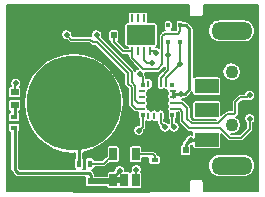
<source format=gbl>
G04 #@! TF.FileFunction,Copper,L2,Bot,Signal*
%FSLAX46Y46*%
G04 Gerber Fmt 4.6, Leading zero omitted, Abs format (unit mm)*
G04 Created by KiCad (PCBNEW 4.0.2+dfsg1-stable) date Do 15 Jun 2017 09:10:39 CEST*
%MOMM*%
G01*
G04 APERTURE LIST*
%ADD10C,0.150000*%
%ADD11R,0.250000X0.700000*%
%ADD12R,1.190000X0.830000*%
%ADD13O,8.000000X8.000000*%
%ADD14O,3.500120X1.501140*%
%ADD15R,1.998980X1.198880*%
%ADD16C,1.099820*%
%ADD17R,0.500000X0.600000*%
%ADD18R,0.650000X1.060000*%
%ADD19R,0.600000X0.500000*%
%ADD20R,0.340000X0.340000*%
%ADD21O,0.250000X0.610000*%
%ADD22O,0.610000X0.250000*%
%ADD23R,1.500000X1.500000*%
%ADD24R,0.300000X0.450000*%
%ADD25R,0.700000X0.600000*%
%ADD26R,0.400000X0.600000*%
%ADD27R,0.600000X0.400000*%
%ADD28C,0.500000*%
%ADD29C,0.254000*%
%ADD30C,0.500000*%
G04 APERTURE END LIST*
D10*
D11*
X-1425000Y6746500D03*
X-925000Y6746500D03*
X-425000Y6746500D03*
X75000Y6746500D03*
X75000Y3946500D03*
X-425000Y3946500D03*
X-925000Y3946500D03*
X-1425000Y3946500D03*
D12*
X-80000Y4931500D03*
X-1270000Y4931500D03*
X-80000Y5761500D03*
X-1270000Y5761500D03*
D13*
X-6375000Y-453500D03*
D14*
X6999600Y5683770D03*
X6999600Y-5715750D03*
D15*
X4899020Y-1016750D03*
X4899020Y1000010D03*
X4899020Y-3516110D03*
X4899020Y3484130D03*
D16*
X6999600Y-2266430D03*
X6999600Y2234450D03*
D17*
X-2975000Y5296500D03*
X-2975000Y6396500D03*
D18*
X-3025000Y-4753500D03*
X-2075000Y-4753500D03*
X-1125000Y-4753500D03*
X-1125000Y-6953500D03*
X-3025000Y-6953500D03*
X-2075000Y-6953500D03*
D19*
X-4925000Y-7053500D03*
X-6025000Y-7053500D03*
D20*
X-540000Y1111500D03*
D21*
X-40000Y1201500D03*
X460000Y1201500D03*
X990000Y1201500D03*
X1460000Y1201500D03*
D20*
X1990000Y1111500D03*
D22*
X2060000Y611500D03*
X2060000Y111500D03*
X2060000Y-418500D03*
X2060000Y-918500D03*
D20*
X1990000Y-1418500D03*
D21*
X1490000Y-1488500D03*
X990000Y-1488500D03*
X460000Y-1488500D03*
X-40000Y-1488500D03*
D20*
X-540000Y-1418500D03*
D22*
X-610000Y-918500D03*
X-610000Y-418500D03*
X-610000Y102500D03*
X-610000Y611500D03*
D23*
X725000Y-153500D03*
D24*
X1625000Y6146500D03*
X2625000Y6146500D03*
X1625000Y4746500D03*
X2125000Y6146500D03*
X2625000Y4746500D03*
D17*
X3125000Y-4403500D03*
X3125000Y-5503500D03*
D25*
X-11375000Y-603500D03*
X-11375000Y496500D03*
D26*
X-5925000Y-5553500D03*
X-5025000Y-5553500D03*
D27*
X475000Y-6153500D03*
X475000Y-5253500D03*
X-11425000Y-1603500D03*
X-11425000Y-2503500D03*
D28*
X2025000Y-6353500D03*
X-2775000Y7546500D03*
X-6875000Y-7053500D03*
X325000Y-3553500D03*
X4125000Y3446500D03*
X2125000Y6746500D03*
X425000Y1846500D03*
X725000Y-153500D03*
X3525000Y-3553500D03*
X2725000Y346500D03*
X-2475000Y-6153500D03*
X4025000Y-3553500D03*
X8525000Y246500D03*
X8525000Y-1753500D03*
X1625000Y3646500D03*
X4125000Y946500D03*
X2625000Y2846500D03*
X4125000Y-1053500D03*
X-775000Y2046500D03*
X-1075000Y-6053500D03*
X-6975000Y5346500D03*
X-4425000Y5346500D03*
X625000Y3846500D03*
X1325000Y-2453500D03*
X2125000Y-2453500D03*
X225000Y2946500D03*
X-11275000Y1246500D03*
X-875000Y-2753500D03*
D10*
X475000Y-6153500D02*
X475000Y-7053500D01*
X475000Y-7053500D02*
X325000Y-7203500D01*
D29*
X3125000Y-5503500D02*
X3125000Y-6253500D01*
X3025000Y-6353500D02*
X2025000Y-6353500D01*
X3125000Y-6253500D02*
X3025000Y-6353500D01*
X-2775000Y7546500D02*
X-2775000Y7646500D01*
X-6875000Y-7053500D02*
X-6875000Y-7353500D01*
X-6025000Y-7053500D02*
X-6875000Y-7053500D01*
X-6875000Y-7353500D02*
X-6375000Y-7853500D01*
X-2075000Y-4753500D02*
X-2075000Y-4153500D01*
X-2075000Y-4153500D02*
X-1475000Y-3553500D01*
X-1475000Y-3553500D02*
X325000Y-3553500D01*
D10*
X-2675000Y7646500D02*
X-2775000Y7646500D01*
X-175000Y7646500D02*
X-2675000Y7646500D01*
X-2975000Y7446500D02*
X-2975000Y6396500D01*
X-2775000Y7646500D02*
X-2975000Y7446500D01*
X-2775000Y7646500D02*
X-2775000Y7646500D01*
D29*
X4125000Y3446500D02*
X4162630Y3484130D01*
X4162630Y3484130D02*
X4899020Y3484130D01*
X3125000Y-6953500D02*
X3125000Y-5503500D01*
D10*
X460000Y1201500D02*
X460000Y1811500D01*
X460000Y1811500D02*
X425000Y1846500D01*
D29*
X-6025000Y-7053500D02*
X-6175000Y-7053500D01*
X4899020Y3772480D02*
X4225000Y4446500D01*
X3725000Y6746500D02*
X2125000Y6746500D01*
X4225000Y6246500D02*
X3725000Y6746500D01*
X4225000Y4446500D02*
X4225000Y6246500D01*
X2125000Y6746500D02*
X2125000Y6846500D01*
D10*
X2125000Y6146500D02*
X2125000Y6846500D01*
X2125000Y6846500D02*
X2125000Y7446500D01*
X1925000Y7646500D02*
X-175000Y7646500D01*
X2125000Y7446500D02*
X1925000Y7646500D01*
X75000Y6746500D02*
X75000Y7396500D01*
X75000Y7396500D02*
X-175000Y7646500D01*
X460000Y1201500D02*
X460000Y111500D01*
X460000Y111500D02*
X725000Y-153500D01*
X1490000Y-1488500D02*
X1490000Y-918500D01*
X1490000Y-918500D02*
X725000Y-153500D01*
D29*
X-6375000Y-7853500D02*
X-75000Y-7853500D01*
X2875000Y-7203500D02*
X3125000Y-6953500D01*
X-75000Y-7853500D02*
X325000Y-7453500D01*
X325000Y-7453500D02*
X325000Y-7203500D01*
X325000Y-7203500D02*
X2875000Y-7203500D01*
X3437610Y-3566110D02*
X3512390Y-3566110D01*
X3512390Y-3566110D02*
X3525000Y-3553500D01*
X2060000Y346500D02*
X2725000Y346500D01*
X2725000Y346500D02*
X3025000Y346500D01*
X3125000Y6146500D02*
X2625000Y6146500D01*
X3125000Y6146500D02*
X3425000Y5846500D01*
X3425000Y746500D02*
X3425000Y5846500D01*
X3025000Y346500D02*
X3425000Y746500D01*
X3425000Y-3578720D02*
X3437610Y-3566110D01*
X3437610Y-3566110D02*
X3487610Y-3516110D01*
X-2475000Y-6153500D02*
X-3025000Y-6703500D01*
X4025000Y-3553500D02*
X4062390Y-3516110D01*
X4062390Y-3516110D02*
X4899020Y-3516110D01*
X-3025000Y-6953500D02*
X-3025000Y-6703500D01*
X3025000Y-4503500D02*
X3125000Y-4403500D01*
X3125000Y-4403500D02*
X3125000Y-3878720D01*
X3125000Y-3878720D02*
X3487610Y-3516110D01*
X2060000Y111500D02*
X2060000Y346500D01*
X2060000Y346500D02*
X2060000Y611500D01*
X3487610Y-3516110D02*
X4899020Y-3516110D01*
X-4925000Y-7053500D02*
X-4925000Y-6503500D01*
X-11375000Y-6053500D02*
X-11375000Y-2503500D01*
X-11075000Y-6353500D02*
X-11375000Y-6053500D01*
X-5075000Y-6353500D02*
X-11075000Y-6353500D01*
X-4925000Y-6503500D02*
X-5075000Y-6353500D01*
D10*
X2625000Y6146500D02*
X2625000Y5646500D01*
X2625000Y5646500D02*
X2425000Y5446500D01*
X2425000Y5446500D02*
X1325000Y5446500D01*
X1325000Y5446500D02*
X1125000Y5246500D01*
X1125000Y5246500D02*
X1125000Y2846500D01*
X1125000Y2846500D02*
X725000Y2446500D01*
X725000Y2446500D02*
X-475000Y2446500D01*
X-475000Y2446500D02*
X-1075000Y3046500D01*
X-1425000Y3396500D02*
X-1425000Y3946500D01*
X-1075000Y3046500D02*
X-1425000Y3396500D01*
X-1075000Y3046500D02*
X-1075000Y3046500D01*
X-2975000Y5096500D02*
X-2975000Y4746500D01*
X-2975000Y4746500D02*
X-2175000Y3946500D01*
X-2175000Y3946500D02*
X-1425000Y3946500D01*
D30*
X-2075000Y-6953500D02*
X-3025000Y-6953500D01*
X-3025000Y-6953500D02*
X-3125000Y-7053500D01*
X-3125000Y-7053500D02*
X-4925000Y-7053500D01*
D10*
X2060000Y-418500D02*
X2790000Y-418500D01*
X8325000Y46500D02*
X8525000Y246500D01*
X7725000Y46500D02*
X8325000Y46500D01*
X7325000Y-353500D02*
X7725000Y46500D01*
X7325000Y-1253500D02*
X7325000Y-353500D01*
X7225000Y-1353500D02*
X7325000Y-1253500D01*
X6625000Y-1353500D02*
X7225000Y-1353500D01*
X5825000Y-2153500D02*
X6625000Y-1353500D01*
X3625000Y-2153500D02*
X5825000Y-2153500D01*
X3225000Y-1753500D02*
X3625000Y-2153500D01*
X3225000Y-853500D02*
X3225000Y-1753500D01*
X2790000Y-418500D02*
X3225000Y-853500D01*
X2060000Y-918500D02*
X2590000Y-918500D01*
X8525000Y-2653500D02*
X8525000Y-1753500D01*
X7825000Y-3353500D02*
X8525000Y-2653500D01*
X6825000Y-3353500D02*
X7825000Y-3353500D01*
X6025000Y-2553500D02*
X6825000Y-3353500D01*
X3425000Y-2553500D02*
X6025000Y-2553500D01*
X2825000Y-1953500D02*
X3425000Y-2553500D01*
X2825000Y-1153500D02*
X2825000Y-1953500D01*
X2590000Y-918500D02*
X2825000Y-1153500D01*
D29*
X4125000Y946500D02*
X4178510Y1000010D01*
X4178510Y1000010D02*
X4899020Y1000010D01*
D10*
X990000Y1201500D02*
X990000Y1711500D01*
X1625000Y2346500D02*
X1625000Y3146500D01*
X1625000Y3146500D02*
X1625000Y3646500D01*
X990000Y1711500D02*
X1625000Y2346500D01*
X1625000Y3646500D02*
X1625000Y4746500D01*
D29*
X4125000Y-1053500D02*
X4161750Y-1016750D01*
X4161750Y-1016750D02*
X4899020Y-1016750D01*
X5175000Y-1016750D02*
X4899020Y-1016750D01*
D10*
X1460000Y1201500D02*
X1460000Y1681500D01*
X1825000Y2046500D02*
X2625000Y2846500D01*
X1460000Y1681500D02*
X1825000Y2046500D01*
X2625000Y2846500D02*
X2625000Y4746500D01*
X-540000Y1111500D02*
X-540000Y1811500D01*
X-540000Y1811500D02*
X-775000Y2046500D01*
X-1125000Y-6103500D02*
X-1125000Y-6953500D01*
X-1125000Y-6103500D02*
X-1075000Y-6053500D01*
X-610000Y-918500D02*
X-1110000Y-918500D01*
X-6575000Y4946500D02*
X-6975000Y5346500D01*
X-4975000Y4946500D02*
X-6575000Y4946500D01*
X-4775000Y4746500D02*
X-4975000Y4946500D01*
X-4425000Y4746500D02*
X-4775000Y4746500D01*
X-2725000Y3046500D02*
X-4425000Y4746500D01*
X-2725000Y3046500D02*
X-2725000Y3046500D01*
X-1775002Y2096502D02*
X-2725000Y3046500D01*
X-1775002Y1196502D02*
X-1775002Y2096502D01*
X-1475002Y896502D02*
X-1775002Y1196502D01*
X-1475002Y-553498D02*
X-1475002Y896502D01*
X-1110000Y-918500D02*
X-1475002Y-553498D01*
X-960000Y-418500D02*
X-1175000Y-203500D01*
X-1175000Y-203500D02*
X-1175000Y1046500D01*
X-1175000Y1046500D02*
X-1475000Y1346500D01*
X-1475000Y1346500D02*
X-1475000Y2246500D01*
X-1475000Y2246500D02*
X-2675000Y3446500D01*
X-2675000Y3446500D02*
X-2675000Y3446500D01*
X-2675000Y3446500D02*
X-4425000Y5196500D01*
X-4425000Y5196500D02*
X-4425000Y5346500D01*
X-960000Y-418500D02*
X-610000Y-418500D01*
D29*
X-5925000Y-5553500D02*
X-5925000Y-903500D01*
X-5925000Y-903500D02*
X-6375000Y-453500D01*
D10*
X475000Y-5253500D02*
X475000Y-4903500D01*
X325000Y-4753500D02*
X-1125000Y-4753500D01*
X475000Y-4903500D02*
X325000Y-4753500D01*
X75000Y3946500D02*
X525000Y3946500D01*
X525000Y3946500D02*
X625000Y3846500D01*
X990000Y-2118500D02*
X990000Y-1488500D01*
X990000Y-2118500D02*
X1325000Y-2453500D01*
X1990000Y-1418500D02*
X1990000Y-2318500D01*
X1990000Y-2318500D02*
X2125000Y-2453500D01*
X-425000Y3196500D02*
X-425000Y3946500D01*
X-175000Y2946500D02*
X225000Y2946500D01*
X-425000Y3196500D02*
X-175000Y2946500D01*
D29*
X-11375000Y-1603500D02*
X-11375000Y-603500D01*
D10*
X-11275000Y1246500D02*
X-11375000Y1146500D01*
X-11375000Y1146500D02*
X-11375000Y496500D01*
X-540000Y-2418500D02*
X-875000Y-2753500D01*
X-540000Y-1418500D02*
X-540000Y-2418500D01*
X-5025000Y-5553500D02*
X-3825000Y-5553500D01*
X-3825000Y-5553500D02*
X-3025000Y-4753500D01*
D30*
X-3025000Y-4753500D02*
X-3025000Y-4803500D01*
D10*
G36*
X3375470Y7096500D02*
X3377998Y7070717D01*
X3380333Y7045058D01*
X3380604Y7044138D01*
X3380698Y7043177D01*
X3388177Y7018405D01*
X3395460Y6993659D01*
X3395906Y6992806D01*
X3396184Y6991885D01*
X3408310Y6969078D01*
X3420283Y6946177D01*
X3420886Y6945427D01*
X3421338Y6944577D01*
X3437641Y6924588D01*
X3453856Y6904421D01*
X3454596Y6903800D01*
X3455202Y6903057D01*
X3475108Y6886589D01*
X3494900Y6869982D01*
X3495740Y6869520D01*
X3496485Y6868904D01*
X3519269Y6856585D01*
X3541851Y6844170D01*
X3542767Y6843879D01*
X3543615Y6843421D01*
X3568313Y6835775D01*
X3592922Y6827969D01*
X3593878Y6827862D01*
X3594798Y6827577D01*
X3620498Y6824876D01*
X3646167Y6821997D01*
X3648017Y6821984D01*
X3648083Y6821977D01*
X3648149Y6821983D01*
X3650000Y6821970D01*
X4350000Y6821970D01*
X4375783Y6824498D01*
X4401442Y6826833D01*
X4402362Y6827104D01*
X4403323Y6827198D01*
X4428095Y6834677D01*
X4452841Y6841960D01*
X4453694Y6842406D01*
X4454615Y6842684D01*
X4477422Y6854810D01*
X4500323Y6866783D01*
X4501073Y6867386D01*
X4501923Y6867838D01*
X4521912Y6884141D01*
X4542079Y6900356D01*
X4542700Y6901096D01*
X4543443Y6901702D01*
X4559911Y6921608D01*
X4576518Y6941400D01*
X4576980Y6942240D01*
X4577596Y6942985D01*
X4589915Y6965769D01*
X4602330Y6988351D01*
X4602621Y6989267D01*
X4603079Y6990115D01*
X4610725Y7014813D01*
X4618531Y7039422D01*
X4618638Y7040378D01*
X4618923Y7041298D01*
X4621624Y7066998D01*
X4624503Y7092667D01*
X4624516Y7094517D01*
X4624523Y7094583D01*
X4624517Y7094649D01*
X4624530Y7096500D01*
X4624530Y7846970D01*
X9225070Y7846970D01*
X9225070Y-7878970D01*
X4624530Y-7878970D01*
X4624530Y-7103500D01*
X4622002Y-7077717D01*
X4619667Y-7052058D01*
X4619396Y-7051138D01*
X4619302Y-7050177D01*
X4611823Y-7025405D01*
X4604540Y-7000659D01*
X4604094Y-6999806D01*
X4603816Y-6998885D01*
X4591690Y-6976078D01*
X4579717Y-6953177D01*
X4579114Y-6952427D01*
X4578662Y-6951577D01*
X4562359Y-6931588D01*
X4546144Y-6911421D01*
X4545404Y-6910800D01*
X4544798Y-6910057D01*
X4524892Y-6893589D01*
X4505100Y-6876982D01*
X4504260Y-6876520D01*
X4503515Y-6875904D01*
X4480731Y-6863585D01*
X4458149Y-6851170D01*
X4457233Y-6850879D01*
X4456385Y-6850421D01*
X4431687Y-6842775D01*
X4407078Y-6834969D01*
X4406122Y-6834862D01*
X4405202Y-6834577D01*
X4379502Y-6831876D01*
X4353833Y-6828997D01*
X4351983Y-6828984D01*
X4351917Y-6828977D01*
X4351851Y-6828983D01*
X4350000Y-6828970D01*
X3650000Y-6828970D01*
X3624217Y-6831498D01*
X3598558Y-6833833D01*
X3597638Y-6834104D01*
X3596677Y-6834198D01*
X3571905Y-6841677D01*
X3547159Y-6848960D01*
X3546306Y-6849406D01*
X3545385Y-6849684D01*
X3522578Y-6861810D01*
X3499677Y-6873783D01*
X3498927Y-6874386D01*
X3498077Y-6874838D01*
X3478088Y-6891141D01*
X3457921Y-6907356D01*
X3457300Y-6908096D01*
X3456557Y-6908702D01*
X3440089Y-6928608D01*
X3423482Y-6948400D01*
X3423020Y-6949240D01*
X3422404Y-6949985D01*
X3410085Y-6972769D01*
X3397670Y-6995351D01*
X3397379Y-6996267D01*
X3396921Y-6997115D01*
X3389275Y-7021813D01*
X3381469Y-7046422D01*
X3381362Y-7047378D01*
X3381077Y-7048298D01*
X3378376Y-7073998D01*
X3375497Y-7099667D01*
X3375484Y-7101517D01*
X3375477Y-7101583D01*
X3375483Y-7101649D01*
X3375470Y-7103500D01*
X3375470Y-7878970D01*
X-12000470Y-7878970D01*
X-12000470Y-2303500D01*
X-11951088Y-2303500D01*
X-11951088Y-2703500D01*
X-11948231Y-2739330D01*
X-11929411Y-2800102D01*
X-11894405Y-2853225D01*
X-11845986Y-2894493D01*
X-11787987Y-2920637D01*
X-11727000Y-2929304D01*
X-11727000Y-6053500D01*
X-11723824Y-6085891D01*
X-11720993Y-6118251D01*
X-11720477Y-6120029D01*
X-11720296Y-6121870D01*
X-11710914Y-6152945D01*
X-11701828Y-6184221D01*
X-11700974Y-6185869D01*
X-11700440Y-6187637D01*
X-11685194Y-6216310D01*
X-11670212Y-6245213D01*
X-11669057Y-6246660D01*
X-11668188Y-6248294D01*
X-11647653Y-6273473D01*
X-11627353Y-6298902D01*
X-11624808Y-6301483D01*
X-11624769Y-6301531D01*
X-11624725Y-6301568D01*
X-11623902Y-6302402D01*
X-11323902Y-6602402D01*
X-11298739Y-6623070D01*
X-11273868Y-6643940D01*
X-11272245Y-6644832D01*
X-11270816Y-6646006D01*
X-11242199Y-6661350D01*
X-11213668Y-6677036D01*
X-11211901Y-6677597D01*
X-11210272Y-6678470D01*
X-11179224Y-6687962D01*
X-11148185Y-6697808D01*
X-11146342Y-6698015D01*
X-11144575Y-6698555D01*
X-11112263Y-6701837D01*
X-11079915Y-6705466D01*
X-11076298Y-6705491D01*
X-11076229Y-6705498D01*
X-11076165Y-6705492D01*
X-11075000Y-6705500D01*
X-5426354Y-6705500D01*
X-5442137Y-6740513D01*
X-5451088Y-6803500D01*
X-5451088Y-7303500D01*
X-5448231Y-7339330D01*
X-5429411Y-7400102D01*
X-5394405Y-7453225D01*
X-5345986Y-7494493D01*
X-5287987Y-7520637D01*
X-5225000Y-7529588D01*
X-4625000Y-7529588D01*
X-4611355Y-7528500D01*
X-3570391Y-7528500D01*
X-3554411Y-7580102D01*
X-3519405Y-7633225D01*
X-3470986Y-7674493D01*
X-3412987Y-7700637D01*
X-3350000Y-7709588D01*
X-2700000Y-7709588D01*
X-2664170Y-7706731D01*
X-2603398Y-7687911D01*
X-2550275Y-7652905D01*
X-2548609Y-7650950D01*
X-2520986Y-7674493D01*
X-2462987Y-7700637D01*
X-2400000Y-7709588D01*
X-1750000Y-7709588D01*
X-1714170Y-7706731D01*
X-1653398Y-7687911D01*
X-1600275Y-7652905D01*
X-1598609Y-7650950D01*
X-1570986Y-7674493D01*
X-1512987Y-7700637D01*
X-1450000Y-7709588D01*
X-800000Y-7709588D01*
X-764170Y-7706731D01*
X-703398Y-7687911D01*
X-650275Y-7652905D01*
X-609007Y-7604486D01*
X-582863Y-7546487D01*
X-573912Y-7483500D01*
X-573912Y-6423500D01*
X-576769Y-6387670D01*
X-595589Y-6326898D01*
X-630595Y-6273775D01*
X-646908Y-6259871D01*
X-622103Y-6204159D01*
X-601466Y-6113321D01*
X-599980Y-6006924D01*
X-618073Y-5915546D01*
X-653571Y-5829422D01*
X-705121Y-5751834D01*
X-747717Y-5708939D01*
X5015008Y-5708939D01*
X5032264Y-5898554D01*
X5086021Y-6081205D01*
X5174232Y-6249936D01*
X5293536Y-6398321D01*
X5439389Y-6520706D01*
X5606236Y-6612431D01*
X5787722Y-6670001D01*
X5976933Y-6691225D01*
X5990554Y-6691320D01*
X8008646Y-6691320D01*
X8198135Y-6672740D01*
X8380407Y-6617709D01*
X8548518Y-6528323D01*
X8696066Y-6407986D01*
X8817430Y-6261282D01*
X8907988Y-6093799D01*
X8964290Y-5911916D01*
X8984192Y-5722561D01*
X8966936Y-5532946D01*
X8913179Y-5350295D01*
X8824968Y-5181564D01*
X8705664Y-5033179D01*
X8559811Y-4910794D01*
X8392964Y-4819069D01*
X8211478Y-4761499D01*
X8022267Y-4740275D01*
X8008646Y-4740180D01*
X5990554Y-4740180D01*
X5801065Y-4758760D01*
X5618793Y-4813791D01*
X5450682Y-4903177D01*
X5303134Y-5023514D01*
X5181770Y-5170218D01*
X5091212Y-5337701D01*
X5034910Y-5519584D01*
X5015008Y-5708939D01*
X-747717Y-5708939D01*
X-770759Y-5685736D01*
X-847986Y-5633645D01*
X-933859Y-5597548D01*
X-1025109Y-5578817D01*
X-1118259Y-5578166D01*
X-1209761Y-5595621D01*
X-1296130Y-5630517D01*
X-1374077Y-5681524D01*
X-1440631Y-5746699D01*
X-1493259Y-5823560D01*
X-1529956Y-5909179D01*
X-1549323Y-6000296D01*
X-1550624Y-6093439D01*
X-1533808Y-6185061D01*
X-1523204Y-6211843D01*
X-1546602Y-6219089D01*
X-1599725Y-6254095D01*
X-1601391Y-6256050D01*
X-1629014Y-6232507D01*
X-1687013Y-6206363D01*
X-1750000Y-6197412D01*
X-2001244Y-6197412D01*
X-1999980Y-6106924D01*
X-2018073Y-6015546D01*
X-2053571Y-5929422D01*
X-2105121Y-5851834D01*
X-2170759Y-5785736D01*
X-2247986Y-5733645D01*
X-2333859Y-5697548D01*
X-2425109Y-5678817D01*
X-2518259Y-5678166D01*
X-2609761Y-5695621D01*
X-2696130Y-5730517D01*
X-2774077Y-5781524D01*
X-2840631Y-5846699D01*
X-2893259Y-5923560D01*
X-2929956Y-6009179D01*
X-2949323Y-6100296D01*
X-2949744Y-6130441D01*
X-3016716Y-6197412D01*
X-3350000Y-6197412D01*
X-3385830Y-6200269D01*
X-3446602Y-6219089D01*
X-3499725Y-6254095D01*
X-3540993Y-6302514D01*
X-3567137Y-6360513D01*
X-3576088Y-6423500D01*
X-3576088Y-6578500D01*
X-4573000Y-6578500D01*
X-4573000Y-6503500D01*
X-4576176Y-6471109D01*
X-4579007Y-6438749D01*
X-4579523Y-6436971D01*
X-4579704Y-6435130D01*
X-4589086Y-6404055D01*
X-4598172Y-6372779D01*
X-4599026Y-6371131D01*
X-4599560Y-6369363D01*
X-4614806Y-6340690D01*
X-4629788Y-6311787D01*
X-4630943Y-6310340D01*
X-4631812Y-6308706D01*
X-4652347Y-6283527D01*
X-4672647Y-6258098D01*
X-4675192Y-6255517D01*
X-4675231Y-6255469D01*
X-4675275Y-6255432D01*
X-4676098Y-6254598D01*
X-4826098Y-6104598D01*
X-4851261Y-6083930D01*
X-4856435Y-6079588D01*
X-4825000Y-6079588D01*
X-4789170Y-6076731D01*
X-4728398Y-6057911D01*
X-4675275Y-6022905D01*
X-4634007Y-5974486D01*
X-4607863Y-5916487D01*
X-4598912Y-5853500D01*
X-3825000Y-5853500D01*
X-3797388Y-5850793D01*
X-3769815Y-5848380D01*
X-3768305Y-5847941D01*
X-3766730Y-5847787D01*
X-3740155Y-5839763D01*
X-3713590Y-5832046D01*
X-3712190Y-5831320D01*
X-3710679Y-5830864D01*
X-3686209Y-5817853D01*
X-3661609Y-5805101D01*
X-3660376Y-5804117D01*
X-3658983Y-5803376D01*
X-3637534Y-5785883D01*
X-3615851Y-5768574D01*
X-3613652Y-5766405D01*
X-3613610Y-5766371D01*
X-3613578Y-5766332D01*
X-3612868Y-5765632D01*
X-3355975Y-5508739D01*
X-3350000Y-5509588D01*
X-2700000Y-5509588D01*
X-2664170Y-5506731D01*
X-2603398Y-5487911D01*
X-2550275Y-5452905D01*
X-2509007Y-5404486D01*
X-2482863Y-5346487D01*
X-2473912Y-5283500D01*
X-2473912Y-4223500D01*
X-1676088Y-4223500D01*
X-1676088Y-5283500D01*
X-1673231Y-5319330D01*
X-1654411Y-5380102D01*
X-1619405Y-5433225D01*
X-1570986Y-5474493D01*
X-1512987Y-5500637D01*
X-1450000Y-5509588D01*
X-800000Y-5509588D01*
X-764170Y-5506731D01*
X-703398Y-5487911D01*
X-650275Y-5452905D01*
X-609007Y-5404486D01*
X-582863Y-5346487D01*
X-573912Y-5283500D01*
X-573912Y-5053500D01*
X-51088Y-5053500D01*
X-51088Y-5453500D01*
X-48231Y-5489330D01*
X-29411Y-5550102D01*
X5595Y-5603225D01*
X54014Y-5644493D01*
X112013Y-5670637D01*
X175000Y-5679588D01*
X775000Y-5679588D01*
X810830Y-5676731D01*
X871602Y-5657911D01*
X924725Y-5622905D01*
X965993Y-5574486D01*
X992137Y-5516487D01*
X1001088Y-5453500D01*
X1001088Y-5053500D01*
X998231Y-5017670D01*
X979411Y-4956898D01*
X944405Y-4903775D01*
X895986Y-4862507D01*
X837987Y-4836363D01*
X775000Y-4827412D01*
X763907Y-4827412D01*
X761263Y-4818655D01*
X753546Y-4792090D01*
X752820Y-4790690D01*
X752364Y-4789179D01*
X739353Y-4764709D01*
X726601Y-4740109D01*
X725617Y-4738876D01*
X724876Y-4737483D01*
X707383Y-4716034D01*
X690074Y-4694351D01*
X687904Y-4692151D01*
X687871Y-4692110D01*
X687832Y-4692078D01*
X687132Y-4691368D01*
X537132Y-4541368D01*
X515723Y-4523782D01*
X494490Y-4505966D01*
X493108Y-4505206D01*
X491889Y-4504205D01*
X467489Y-4491122D01*
X443183Y-4477759D01*
X441677Y-4477281D01*
X440289Y-4476537D01*
X413819Y-4468444D01*
X387374Y-4460056D01*
X385805Y-4459880D01*
X384297Y-4459419D01*
X356759Y-4456622D01*
X329189Y-4453529D01*
X326102Y-4453508D01*
X326047Y-4453502D01*
X325995Y-4453507D01*
X325000Y-4453500D01*
X-573912Y-4453500D01*
X-573912Y-4223500D01*
X-576769Y-4187670D01*
X-595589Y-4126898D01*
X-630595Y-4073775D01*
X-679014Y-4032507D01*
X-737013Y-4006363D01*
X-800000Y-3997412D01*
X-1450000Y-3997412D01*
X-1485830Y-4000269D01*
X-1546602Y-4019089D01*
X-1599725Y-4054095D01*
X-1640993Y-4102514D01*
X-1667137Y-4160513D01*
X-1676088Y-4223500D01*
X-2473912Y-4223500D01*
X-2476769Y-4187670D01*
X-2495589Y-4126898D01*
X-2530595Y-4073775D01*
X-2579014Y-4032507D01*
X-2637013Y-4006363D01*
X-2700000Y-3997412D01*
X-3350000Y-3997412D01*
X-3385830Y-4000269D01*
X-3446602Y-4019089D01*
X-3499725Y-4054095D01*
X-3540993Y-4102514D01*
X-3567137Y-4160513D01*
X-3576088Y-4223500D01*
X-3576088Y-4880324D01*
X-3949264Y-5253500D01*
X-4598912Y-5253500D01*
X-4601769Y-5217670D01*
X-4620589Y-5156898D01*
X-4655595Y-5103775D01*
X-4704014Y-5062507D01*
X-4762013Y-5036363D01*
X-4825000Y-5027412D01*
X-5225000Y-5027412D01*
X-5260830Y-5030269D01*
X-5321602Y-5049089D01*
X-5374725Y-5084095D01*
X-5415993Y-5132514D01*
X-5442137Y-5190513D01*
X-5451088Y-5253500D01*
X-5451088Y-5853500D01*
X-5448231Y-5889330D01*
X-5429411Y-5950102D01*
X-5395542Y-6001500D01*
X-5557031Y-6001500D01*
X-5534007Y-5974486D01*
X-5507863Y-5916487D01*
X-5498912Y-5853500D01*
X-5498912Y-5253500D01*
X-5501769Y-5217670D01*
X-5520589Y-5156898D01*
X-5555595Y-5103775D01*
X-5573000Y-5088941D01*
X-5573000Y-4621071D01*
X-4792287Y-4391295D01*
X-4061545Y-4009272D01*
X-3418922Y-3492590D01*
X-2888895Y-2860929D01*
X-2491653Y-2138348D01*
X-2242326Y-1352370D01*
X-2150412Y-532933D01*
X-2150000Y-473943D01*
X-2150000Y-433057D01*
X-2230464Y387583D01*
X-2468793Y1176965D01*
X-2855908Y1905022D01*
X-3377064Y2544023D01*
X-4012410Y3069627D01*
X-4737747Y3461815D01*
X-5525446Y3705648D01*
X-6345504Y3791840D01*
X-7166686Y3717107D01*
X-7957713Y3484295D01*
X-8688455Y3102272D01*
X-9331078Y2585590D01*
X-9861105Y1953929D01*
X-10258347Y1231348D01*
X-10507674Y445370D01*
X-10599588Y-374067D01*
X-10600000Y-433057D01*
X-10600000Y-473943D01*
X-10519536Y-1294583D01*
X-10281207Y-2083965D01*
X-9894092Y-2812022D01*
X-9372936Y-3451023D01*
X-8737590Y-3976627D01*
X-8012253Y-4368815D01*
X-7224554Y-4612648D01*
X-6404496Y-4698840D01*
X-6277000Y-4687237D01*
X-6277000Y-5086764D01*
X-6315993Y-5132514D01*
X-6342137Y-5190513D01*
X-6351088Y-5253500D01*
X-6351088Y-5853500D01*
X-6348231Y-5889330D01*
X-6329411Y-5950102D01*
X-6295542Y-6001500D01*
X-10929196Y-6001500D01*
X-11023000Y-5907696D01*
X-11023000Y-2904354D01*
X-10975275Y-2872905D01*
X-10934007Y-2824486D01*
X-10907863Y-2766487D01*
X-10898912Y-2703500D01*
X-10898912Y-2303500D01*
X-10901769Y-2267670D01*
X-10920589Y-2206898D01*
X-10955595Y-2153775D01*
X-11004014Y-2112507D01*
X-11062013Y-2086363D01*
X-11125000Y-2077412D01*
X-11725000Y-2077412D01*
X-11760830Y-2080269D01*
X-11821602Y-2099089D01*
X-11874725Y-2134095D01*
X-11915993Y-2182514D01*
X-11942137Y-2240513D01*
X-11951088Y-2303500D01*
X-12000470Y-2303500D01*
X-12000470Y-303500D01*
X-11951088Y-303500D01*
X-11951088Y-903500D01*
X-11948231Y-939330D01*
X-11929411Y-1000102D01*
X-11894405Y-1053225D01*
X-11845986Y-1094493D01*
X-11787987Y-1120637D01*
X-11727000Y-1129304D01*
X-11727000Y-1177571D01*
X-11760830Y-1180269D01*
X-11821602Y-1199089D01*
X-11874725Y-1234095D01*
X-11915993Y-1282514D01*
X-11942137Y-1340513D01*
X-11951088Y-1403500D01*
X-11951088Y-1803500D01*
X-11948231Y-1839330D01*
X-11929411Y-1900102D01*
X-11894405Y-1953225D01*
X-11845986Y-1994493D01*
X-11787987Y-2020637D01*
X-11725000Y-2029588D01*
X-11125000Y-2029588D01*
X-11089170Y-2026731D01*
X-11028398Y-2007911D01*
X-10975275Y-1972905D01*
X-10934007Y-1924486D01*
X-10907863Y-1866487D01*
X-10898912Y-1803500D01*
X-10898912Y-1403500D01*
X-10901769Y-1367670D01*
X-10920589Y-1306898D01*
X-10955595Y-1253775D01*
X-11004014Y-1212507D01*
X-11023000Y-1203949D01*
X-11023000Y-1129429D01*
X-10989170Y-1126731D01*
X-10928398Y-1107911D01*
X-10875275Y-1072905D01*
X-10834007Y-1024486D01*
X-10807863Y-966487D01*
X-10798912Y-903500D01*
X-10798912Y-303500D01*
X-10801769Y-267670D01*
X-10820589Y-206898D01*
X-10855595Y-153775D01*
X-10904014Y-112507D01*
X-10962013Y-86363D01*
X-11025000Y-77412D01*
X-11725000Y-77412D01*
X-11760830Y-80269D01*
X-11821602Y-99089D01*
X-11874725Y-134095D01*
X-11915993Y-182514D01*
X-11942137Y-240513D01*
X-11951088Y-303500D01*
X-12000470Y-303500D01*
X-12000470Y796500D01*
X-11951088Y796500D01*
X-11951088Y196500D01*
X-11948231Y160670D01*
X-11929411Y99898D01*
X-11894405Y46775D01*
X-11845986Y5507D01*
X-11787987Y-20637D01*
X-11725000Y-29588D01*
X-11025000Y-29588D01*
X-10989170Y-26731D01*
X-10928398Y-7911D01*
X-10875275Y27095D01*
X-10834007Y75514D01*
X-10807863Y133513D01*
X-10798912Y196500D01*
X-10798912Y796500D01*
X-10801769Y832330D01*
X-10820589Y893102D01*
X-10855595Y946225D01*
X-10886764Y972791D01*
X-10859992Y1010743D01*
X-10822103Y1095841D01*
X-10801466Y1186679D01*
X-10799980Y1293076D01*
X-10818073Y1384454D01*
X-10853571Y1470578D01*
X-10905121Y1548166D01*
X-10970759Y1614264D01*
X-11047986Y1666355D01*
X-11133859Y1702452D01*
X-11225109Y1721183D01*
X-11318259Y1721834D01*
X-11409761Y1704379D01*
X-11496130Y1669483D01*
X-11574077Y1618476D01*
X-11640631Y1553301D01*
X-11693259Y1476440D01*
X-11729956Y1390821D01*
X-11749323Y1299704D01*
X-11750624Y1206561D01*
X-11733808Y1114939D01*
X-11699517Y1028328D01*
X-11695818Y1022588D01*
X-11725000Y1022588D01*
X-11760830Y1019731D01*
X-11821602Y1000911D01*
X-11874725Y965905D01*
X-11915993Y917486D01*
X-11942137Y859487D01*
X-11951088Y796500D01*
X-12000470Y796500D01*
X-12000470Y5306561D01*
X-7450624Y5306561D01*
X-7433808Y5214939D01*
X-7399517Y5128328D01*
X-7349055Y5050027D01*
X-7284346Y4983019D01*
X-7207854Y4929856D01*
X-7122493Y4892563D01*
X-7031514Y4872560D01*
X-6938382Y4870609D01*
X-6925623Y4872859D01*
X-6787132Y4734368D01*
X-6765701Y4716764D01*
X-6744490Y4698966D01*
X-6743111Y4698208D01*
X-6741890Y4697205D01*
X-6717468Y4684110D01*
X-6693183Y4670759D01*
X-6691677Y4670281D01*
X-6690289Y4669537D01*
X-6663847Y4661453D01*
X-6637374Y4653056D01*
X-6635801Y4652880D01*
X-6634298Y4652420D01*
X-6606799Y4649626D01*
X-6579189Y4646529D01*
X-6576104Y4646508D01*
X-6576048Y4646502D01*
X-6575996Y4646507D01*
X-6575000Y4646500D01*
X-5099264Y4646500D01*
X-4987132Y4534368D01*
X-4965696Y4516760D01*
X-4944490Y4498966D01*
X-4943111Y4498208D01*
X-4941889Y4497204D01*
X-4917450Y4484100D01*
X-4893183Y4470759D01*
X-4891677Y4470281D01*
X-4890289Y4469537D01*
X-4863819Y4461444D01*
X-4837374Y4453056D01*
X-4835805Y4452880D01*
X-4834297Y4452419D01*
X-4806759Y4449622D01*
X-4779189Y4446529D01*
X-4776102Y4446508D01*
X-4776047Y4446502D01*
X-4775995Y4446507D01*
X-4775000Y4446500D01*
X-4549264Y4446500D01*
X-2075002Y1972238D01*
X-2075002Y1196502D01*
X-2072295Y1168890D01*
X-2069882Y1141317D01*
X-2069443Y1139807D01*
X-2069289Y1138232D01*
X-2061265Y1111657D01*
X-2053548Y1085092D01*
X-2052822Y1083692D01*
X-2052366Y1082181D01*
X-2039355Y1057711D01*
X-2026603Y1033111D01*
X-2025619Y1031878D01*
X-2024878Y1030485D01*
X-2007385Y1009036D01*
X-1990076Y987353D01*
X-1987907Y985154D01*
X-1987873Y985112D01*
X-1987834Y985080D01*
X-1987134Y984370D01*
X-1775002Y772238D01*
X-1775002Y-553498D01*
X-1772295Y-581110D01*
X-1769882Y-608683D01*
X-1769443Y-610193D01*
X-1769289Y-611768D01*
X-1761265Y-638343D01*
X-1753548Y-664908D01*
X-1752822Y-666308D01*
X-1752366Y-667819D01*
X-1739355Y-692289D01*
X-1726603Y-716889D01*
X-1725619Y-718122D01*
X-1724878Y-719515D01*
X-1707385Y-740964D01*
X-1690076Y-762647D01*
X-1687907Y-764846D01*
X-1687873Y-764888D01*
X-1687834Y-764920D01*
X-1687134Y-765630D01*
X-1322132Y-1130632D01*
X-1300696Y-1148240D01*
X-1279490Y-1166034D01*
X-1278111Y-1166792D01*
X-1276889Y-1167796D01*
X-1252450Y-1180900D01*
X-1228183Y-1194241D01*
X-1226677Y-1194719D01*
X-1225289Y-1195463D01*
X-1198819Y-1203556D01*
X-1172374Y-1211944D01*
X-1170805Y-1212120D01*
X-1169297Y-1212581D01*
X-1141759Y-1215378D01*
X-1114189Y-1218471D01*
X-1111102Y-1218492D01*
X-1111047Y-1218498D01*
X-1110995Y-1218493D01*
X-1110000Y-1218500D01*
X-969911Y-1218500D01*
X-934585Y-1237921D01*
X-936088Y-1248500D01*
X-936088Y-1588500D01*
X-933231Y-1624330D01*
X-914411Y-1685102D01*
X-879405Y-1738225D01*
X-840000Y-1771810D01*
X-840000Y-2278713D01*
X-918259Y-2278166D01*
X-1009761Y-2295621D01*
X-1096130Y-2330517D01*
X-1174077Y-2381524D01*
X-1240631Y-2446699D01*
X-1293259Y-2523560D01*
X-1329956Y-2609179D01*
X-1349323Y-2700296D01*
X-1350624Y-2793439D01*
X-1333808Y-2885061D01*
X-1299517Y-2971672D01*
X-1249055Y-3049973D01*
X-1184346Y-3116981D01*
X-1107854Y-3170144D01*
X-1022493Y-3207437D01*
X-931514Y-3227440D01*
X-838382Y-3229391D01*
X-746645Y-3213216D01*
X-659797Y-3179529D01*
X-581146Y-3129616D01*
X-513688Y-3065376D01*
X-459992Y-2989257D01*
X-422103Y-2904159D01*
X-401466Y-2813321D01*
X-399980Y-2706924D01*
X-400671Y-2703435D01*
X-327868Y-2630632D01*
X-310246Y-2609179D01*
X-292466Y-2587990D01*
X-291708Y-2586611D01*
X-290704Y-2585389D01*
X-277610Y-2560969D01*
X-264259Y-2536683D01*
X-263781Y-2535175D01*
X-263037Y-2533788D01*
X-254949Y-2507333D01*
X-246556Y-2480874D01*
X-246380Y-2479305D01*
X-245919Y-2477797D01*
X-243122Y-2450259D01*
X-240029Y-2422689D01*
X-240008Y-2419602D01*
X-240002Y-2419547D01*
X-240007Y-2419495D01*
X-240000Y-2418500D01*
X-240000Y-1957685D01*
X-235718Y-1961227D01*
X-175630Y-1993716D01*
X-110377Y-2013915D01*
X-42443Y-2021055D01*
X25583Y-2014865D01*
X91112Y-1995578D01*
X151647Y-1963932D01*
X204882Y-1921129D01*
X209738Y-1915342D01*
X211650Y-1917686D01*
X264282Y-1961227D01*
X324370Y-1993716D01*
X389623Y-2013915D01*
X457557Y-2021055D01*
X525583Y-2014865D01*
X591112Y-1995578D01*
X651647Y-1963932D01*
X690000Y-1933095D01*
X690000Y-2118500D01*
X692707Y-2146112D01*
X695120Y-2173685D01*
X695559Y-2175195D01*
X695713Y-2176770D01*
X703737Y-2203345D01*
X711454Y-2229910D01*
X712180Y-2231310D01*
X712636Y-2232821D01*
X725647Y-2257291D01*
X738399Y-2281891D01*
X739383Y-2283124D01*
X740124Y-2284517D01*
X757617Y-2305966D01*
X774926Y-2327649D01*
X777095Y-2329848D01*
X777129Y-2329890D01*
X777168Y-2329922D01*
X777868Y-2330632D01*
X850634Y-2403398D01*
X849376Y-2493439D01*
X866192Y-2585061D01*
X900483Y-2671672D01*
X950945Y-2749973D01*
X1015654Y-2816981D01*
X1092146Y-2870144D01*
X1177507Y-2907437D01*
X1268486Y-2927440D01*
X1361618Y-2929391D01*
X1453355Y-2913216D01*
X1540203Y-2879529D01*
X1618854Y-2829616D01*
X1686312Y-2765376D01*
X1725275Y-2710142D01*
X1750945Y-2749973D01*
X1815654Y-2816981D01*
X1892146Y-2870144D01*
X1977507Y-2907437D01*
X2068486Y-2927440D01*
X2161618Y-2929391D01*
X2253355Y-2913216D01*
X2340203Y-2879529D01*
X2418854Y-2829616D01*
X2486312Y-2765376D01*
X2540008Y-2689257D01*
X2577897Y-2604159D01*
X2598534Y-2513321D01*
X2600020Y-2406924D01*
X2581927Y-2315546D01*
X2546429Y-2229422D01*
X2494879Y-2151834D01*
X2429241Y-2085736D01*
X2352014Y-2033645D01*
X2290000Y-2007577D01*
X2290000Y-1770903D01*
X2309725Y-1757905D01*
X2350993Y-1709486D01*
X2377137Y-1651487D01*
X2386088Y-1588500D01*
X2386088Y-1248500D01*
X2385185Y-1237175D01*
X2420306Y-1218500D01*
X2465736Y-1218500D01*
X2525000Y-1277764D01*
X2525000Y-1953500D01*
X2527707Y-1981112D01*
X2530120Y-2008685D01*
X2530559Y-2010195D01*
X2530713Y-2011770D01*
X2538737Y-2038345D01*
X2546454Y-2064910D01*
X2547180Y-2066310D01*
X2547636Y-2067821D01*
X2560647Y-2092291D01*
X2573399Y-2116891D01*
X2574383Y-2118124D01*
X2575124Y-2119517D01*
X2592617Y-2140966D01*
X2609926Y-2162649D01*
X2612095Y-2164848D01*
X2612129Y-2164890D01*
X2612168Y-2164922D01*
X2612868Y-2165632D01*
X3212868Y-2765632D01*
X3234277Y-2783218D01*
X3255510Y-2801034D01*
X3256892Y-2801794D01*
X3258111Y-2802795D01*
X3282511Y-2815878D01*
X3306817Y-2829241D01*
X3308323Y-2829719D01*
X3309711Y-2830463D01*
X3336181Y-2838556D01*
X3362626Y-2846944D01*
X3364195Y-2847120D01*
X3365703Y-2847581D01*
X3393241Y-2850378D01*
X3420811Y-2853471D01*
X3423898Y-2853492D01*
X3423953Y-2853498D01*
X3424005Y-2853493D01*
X3425000Y-2853500D01*
X3682475Y-2853500D01*
X3682393Y-2853683D01*
X3673442Y-2916670D01*
X3673442Y-3100617D01*
X3666141Y-3097548D01*
X3574891Y-3078817D01*
X3481741Y-3078166D01*
X3390239Y-3095621D01*
X3303870Y-3130517D01*
X3225923Y-3181524D01*
X3159369Y-3246699D01*
X3106741Y-3323560D01*
X3070044Y-3409179D01*
X3062839Y-3443077D01*
X2876098Y-3629818D01*
X2855430Y-3654981D01*
X2834560Y-3679852D01*
X2833668Y-3681475D01*
X2832494Y-3682904D01*
X2817150Y-3711521D01*
X2801464Y-3740052D01*
X2800903Y-3741819D01*
X2800030Y-3743448D01*
X2790538Y-3774496D01*
X2780692Y-3805535D01*
X2780485Y-3807378D01*
X2779945Y-3809145D01*
X2776663Y-3841457D01*
X2773034Y-3873805D01*
X2773009Y-3877422D01*
X2773002Y-3877491D01*
X2773008Y-3877555D01*
X2773000Y-3878720D01*
X2773000Y-3902646D01*
X2725275Y-3934095D01*
X2684007Y-3982514D01*
X2657863Y-4040513D01*
X2648912Y-4103500D01*
X2648912Y-4703500D01*
X2651769Y-4739330D01*
X2670589Y-4800102D01*
X2705595Y-4853225D01*
X2754014Y-4894493D01*
X2812013Y-4920637D01*
X2875000Y-4929588D01*
X3375000Y-4929588D01*
X3410830Y-4926731D01*
X3471602Y-4907911D01*
X3524725Y-4872905D01*
X3565993Y-4824486D01*
X3592137Y-4766487D01*
X3601088Y-4703500D01*
X3601088Y-4103500D01*
X3598231Y-4067670D01*
X3585095Y-4025252D01*
X3653355Y-4013216D01*
X3673442Y-4005425D01*
X3673442Y-4115550D01*
X3676299Y-4151380D01*
X3695119Y-4212152D01*
X3730125Y-4265275D01*
X3778544Y-4306543D01*
X3836543Y-4332687D01*
X3899530Y-4341638D01*
X5898510Y-4341638D01*
X5934340Y-4338781D01*
X5995112Y-4319961D01*
X6048235Y-4284955D01*
X6089503Y-4236536D01*
X6115647Y-4178537D01*
X6124598Y-4115550D01*
X6124598Y-3077362D01*
X6612868Y-3565632D01*
X6634304Y-3583240D01*
X6655510Y-3601034D01*
X6656889Y-3601792D01*
X6658111Y-3602796D01*
X6682550Y-3615900D01*
X6706817Y-3629241D01*
X6708323Y-3629719D01*
X6709711Y-3630463D01*
X6736181Y-3638556D01*
X6762626Y-3646944D01*
X6764195Y-3647120D01*
X6765703Y-3647581D01*
X6793241Y-3650378D01*
X6820811Y-3653471D01*
X6823898Y-3653492D01*
X6823953Y-3653498D01*
X6824005Y-3653493D01*
X6825000Y-3653500D01*
X7825000Y-3653500D01*
X7852612Y-3650793D01*
X7880185Y-3648380D01*
X7881695Y-3647941D01*
X7883270Y-3647787D01*
X7909845Y-3639763D01*
X7936410Y-3632046D01*
X7937810Y-3631320D01*
X7939321Y-3630864D01*
X7963791Y-3617853D01*
X7988391Y-3605101D01*
X7989624Y-3604117D01*
X7991017Y-3603376D01*
X8012466Y-3585883D01*
X8034149Y-3568574D01*
X8036348Y-3566405D01*
X8036390Y-3566371D01*
X8036422Y-3566332D01*
X8037132Y-3565632D01*
X8737132Y-2865632D01*
X8754736Y-2844201D01*
X8772534Y-2822990D01*
X8773292Y-2821611D01*
X8774295Y-2820390D01*
X8787390Y-2795968D01*
X8800741Y-2771683D01*
X8801219Y-2770177D01*
X8801963Y-2768789D01*
X8810047Y-2742347D01*
X8818444Y-2715874D01*
X8818620Y-2714301D01*
X8819080Y-2712798D01*
X8821869Y-2685343D01*
X8824971Y-2657689D01*
X8824992Y-2654593D01*
X8824997Y-2654548D01*
X8824993Y-2654506D01*
X8825000Y-2653500D01*
X8825000Y-2123763D01*
X8886312Y-2065376D01*
X8940008Y-1989257D01*
X8977897Y-1904159D01*
X8998534Y-1813321D01*
X9000020Y-1706924D01*
X8981927Y-1615546D01*
X8946429Y-1529422D01*
X8894879Y-1451834D01*
X8829241Y-1385736D01*
X8752014Y-1333645D01*
X8666141Y-1297548D01*
X8574891Y-1278817D01*
X8481741Y-1278166D01*
X8390239Y-1295621D01*
X8303870Y-1330517D01*
X8225923Y-1381524D01*
X8159369Y-1446699D01*
X8106741Y-1523560D01*
X8070044Y-1609179D01*
X8050677Y-1700296D01*
X8049376Y-1793439D01*
X8066192Y-1885061D01*
X8100483Y-1971672D01*
X8150945Y-2049973D01*
X8215654Y-2116981D01*
X8225000Y-2123477D01*
X8225000Y-2529236D01*
X7700736Y-3053500D01*
X6949264Y-3053500D01*
X6935974Y-3040210D01*
X7059338Y-3042794D01*
X7208997Y-3016405D01*
X7350680Y-2961450D01*
X7478990Y-2880022D01*
X7589041Y-2775222D01*
X7676640Y-2651042D01*
X7738451Y-2512213D01*
X7772119Y-2364022D01*
X7774543Y-2190446D01*
X7745025Y-2041373D01*
X7687115Y-1900872D01*
X7603018Y-1774295D01*
X7495936Y-1666463D01*
X7396172Y-1599172D01*
X7412466Y-1585883D01*
X7434149Y-1568574D01*
X7436348Y-1566405D01*
X7436390Y-1566371D01*
X7436422Y-1566332D01*
X7437132Y-1565632D01*
X7537132Y-1465632D01*
X7554718Y-1444223D01*
X7572534Y-1422990D01*
X7573294Y-1421608D01*
X7574295Y-1420389D01*
X7587378Y-1395989D01*
X7600741Y-1371683D01*
X7601219Y-1370177D01*
X7601963Y-1368789D01*
X7610060Y-1342306D01*
X7618444Y-1315874D01*
X7618620Y-1314306D01*
X7619081Y-1312798D01*
X7621879Y-1285254D01*
X7624971Y-1257689D01*
X7624992Y-1254602D01*
X7624998Y-1254547D01*
X7624993Y-1254495D01*
X7625000Y-1253500D01*
X7625000Y-477764D01*
X7849264Y-253500D01*
X8325000Y-253500D01*
X8352612Y-250793D01*
X8380185Y-248380D01*
X8381695Y-247941D01*
X8383270Y-247787D01*
X8409845Y-239763D01*
X8436410Y-232046D01*
X8437810Y-231320D01*
X8439321Y-230864D01*
X8452408Y-223905D01*
X8468486Y-227440D01*
X8561618Y-229391D01*
X8653355Y-213216D01*
X8740203Y-179529D01*
X8818854Y-129616D01*
X8886312Y-65376D01*
X8940008Y10743D01*
X8977897Y95841D01*
X8998534Y186679D01*
X9000020Y293076D01*
X8981927Y384454D01*
X8946429Y470578D01*
X8894879Y548166D01*
X8829241Y614264D01*
X8752014Y666355D01*
X8666141Y702452D01*
X8574891Y721183D01*
X8481741Y721834D01*
X8390239Y704379D01*
X8303870Y669483D01*
X8225923Y618476D01*
X8159369Y553301D01*
X8106741Y476440D01*
X8070044Y390821D01*
X8060624Y346500D01*
X7725000Y346500D01*
X7697352Y343789D01*
X7669814Y341380D01*
X7668304Y340941D01*
X7666730Y340787D01*
X7640180Y332771D01*
X7613589Y325046D01*
X7612187Y324319D01*
X7610679Y323864D01*
X7586227Y310863D01*
X7561609Y298101D01*
X7560376Y297117D01*
X7558983Y296376D01*
X7537528Y278878D01*
X7515850Y261573D01*
X7513652Y259405D01*
X7513610Y259371D01*
X7513578Y259332D01*
X7512868Y258632D01*
X7112868Y-141368D01*
X7095282Y-162777D01*
X7077466Y-184010D01*
X7076706Y-185392D01*
X7075705Y-186611D01*
X7062622Y-211011D01*
X7049259Y-235317D01*
X7048781Y-236823D01*
X7048037Y-238211D01*
X7039944Y-264681D01*
X7031556Y-291126D01*
X7031380Y-292695D01*
X7030919Y-294203D01*
X7028128Y-321683D01*
X7025029Y-349311D01*
X7025008Y-352398D01*
X7025002Y-352453D01*
X7025007Y-352505D01*
X7025000Y-353500D01*
X7025000Y-1053500D01*
X6625000Y-1053500D01*
X6597438Y-1056202D01*
X6569815Y-1058619D01*
X6568300Y-1059059D01*
X6566730Y-1059213D01*
X6540196Y-1067224D01*
X6513590Y-1074954D01*
X6512190Y-1075680D01*
X6510679Y-1076136D01*
X6486209Y-1089147D01*
X6461609Y-1101899D01*
X6460376Y-1102883D01*
X6458983Y-1103624D01*
X6437534Y-1121117D01*
X6415851Y-1138426D01*
X6413652Y-1140595D01*
X6413610Y-1140629D01*
X6413578Y-1140668D01*
X6412868Y-1141368D01*
X6124598Y-1429638D01*
X6124598Y-417310D01*
X6121741Y-381480D01*
X6102921Y-320708D01*
X6067915Y-267585D01*
X6019496Y-226317D01*
X5961497Y-200173D01*
X5898510Y-191222D01*
X3899530Y-191222D01*
X3863700Y-194079D01*
X3802928Y-212899D01*
X3749805Y-247905D01*
X3708537Y-296324D01*
X3682393Y-354323D01*
X3673442Y-417310D01*
X3673442Y-901251D01*
X3670044Y-909179D01*
X3650677Y-1000296D01*
X3649376Y-1093439D01*
X3666192Y-1185061D01*
X3673442Y-1203373D01*
X3673442Y-1616190D01*
X3676299Y-1652020D01*
X3695119Y-1712792D01*
X3730125Y-1765915D01*
X3778544Y-1807183D01*
X3836543Y-1833327D01*
X3899530Y-1842278D01*
X5711958Y-1842278D01*
X5700736Y-1853500D01*
X3749264Y-1853500D01*
X3525000Y-1629236D01*
X3525000Y-853500D01*
X3522298Y-825938D01*
X3519881Y-798315D01*
X3519441Y-796800D01*
X3519287Y-795230D01*
X3511276Y-768696D01*
X3503546Y-742090D01*
X3502820Y-740690D01*
X3502364Y-739179D01*
X3489353Y-714709D01*
X3476601Y-690109D01*
X3475617Y-688876D01*
X3474876Y-687483D01*
X3457383Y-666034D01*
X3440074Y-644351D01*
X3437905Y-642152D01*
X3437871Y-642110D01*
X3437832Y-642078D01*
X3437132Y-641368D01*
X3002132Y-206368D01*
X2980723Y-188782D01*
X2959490Y-170966D01*
X2958108Y-170206D01*
X2956889Y-169205D01*
X2932489Y-156122D01*
X2908183Y-142759D01*
X2906677Y-142281D01*
X2905289Y-141537D01*
X2878819Y-133444D01*
X2852374Y-125056D01*
X2850805Y-124880D01*
X2849297Y-124419D01*
X2821759Y-121622D01*
X2811933Y-120519D01*
X2853355Y-113216D01*
X2940203Y-79529D01*
X3018854Y-29616D01*
X3046379Y-3404D01*
X3057391Y-2324D01*
X3089751Y507D01*
X3091529Y1023D01*
X3093370Y1204D01*
X3124445Y10586D01*
X3155721Y19672D01*
X3157369Y20526D01*
X3159137Y21060D01*
X3187810Y36306D01*
X3216713Y51288D01*
X3218160Y52443D01*
X3219794Y53312D01*
X3244973Y73847D01*
X3270402Y94147D01*
X3272983Y96692D01*
X3273031Y96731D01*
X3273068Y96775D01*
X3273902Y97598D01*
X3673442Y497139D01*
X3673442Y400570D01*
X3676299Y364740D01*
X3695119Y303968D01*
X3730125Y250845D01*
X3778544Y209577D01*
X3836543Y183433D01*
X3899530Y174482D01*
X5898510Y174482D01*
X5934340Y177339D01*
X5995112Y196159D01*
X6048235Y231165D01*
X6089503Y279584D01*
X6115647Y337583D01*
X6124598Y400570D01*
X6124598Y1599450D01*
X6121741Y1635280D01*
X6102921Y1696052D01*
X6067915Y1749175D01*
X6019496Y1790443D01*
X5961497Y1816587D01*
X5898510Y1825538D01*
X3899530Y1825538D01*
X3863700Y1822681D01*
X3802928Y1803861D01*
X3777000Y1786775D01*
X3777000Y2169293D01*
X6223672Y2169293D01*
X6251105Y2019822D01*
X6307048Y1878527D01*
X6389370Y1750788D01*
X6494936Y1641471D01*
X6619724Y1554741D01*
X6758981Y1493901D01*
X6907404Y1461268D01*
X7059338Y1458086D01*
X7208997Y1484475D01*
X7350680Y1539430D01*
X7478990Y1620858D01*
X7589041Y1725658D01*
X7676640Y1849838D01*
X7738451Y1988667D01*
X7772119Y2136858D01*
X7774543Y2310434D01*
X7745025Y2459507D01*
X7687115Y2600008D01*
X7603018Y2726585D01*
X7495936Y2834417D01*
X7369949Y2919396D01*
X7229856Y2978286D01*
X7080992Y3008843D01*
X6929028Y3009904D01*
X6779752Y2981428D01*
X6638850Y2924500D01*
X6511689Y2841289D01*
X6403113Y2734962D01*
X6317256Y2609572D01*
X6257390Y2469893D01*
X6225794Y2321246D01*
X6223672Y2169293D01*
X3777000Y2169293D01*
X3777000Y5690581D01*
X5015008Y5690581D01*
X5032264Y5500966D01*
X5086021Y5318315D01*
X5174232Y5149584D01*
X5293536Y5001199D01*
X5439389Y4878814D01*
X5606236Y4787089D01*
X5787722Y4729519D01*
X5976933Y4708295D01*
X5990554Y4708200D01*
X8008646Y4708200D01*
X8198135Y4726780D01*
X8380407Y4781811D01*
X8548518Y4871197D01*
X8696066Y4991534D01*
X8817430Y5138238D01*
X8907988Y5305721D01*
X8964290Y5487604D01*
X8984192Y5676959D01*
X8966936Y5866574D01*
X8913179Y6049225D01*
X8824968Y6217956D01*
X8705664Y6366341D01*
X8559811Y6488726D01*
X8392964Y6580451D01*
X8211478Y6638021D01*
X8022267Y6659245D01*
X8008646Y6659340D01*
X5990554Y6659340D01*
X5801065Y6640760D01*
X5618793Y6585729D01*
X5450682Y6496343D01*
X5303134Y6376006D01*
X5181770Y6229302D01*
X5091212Y6061819D01*
X5034910Y5879936D01*
X5015008Y5690581D01*
X3777000Y5690581D01*
X3777000Y5846500D01*
X3773824Y5878891D01*
X3770993Y5911251D01*
X3770477Y5913029D01*
X3770296Y5914870D01*
X3760914Y5945945D01*
X3751828Y5977221D01*
X3750974Y5978869D01*
X3750440Y5980637D01*
X3735194Y6009310D01*
X3720212Y6038213D01*
X3719057Y6039660D01*
X3718188Y6041294D01*
X3697653Y6066473D01*
X3677353Y6091902D01*
X3674808Y6094483D01*
X3674769Y6094531D01*
X3674725Y6094568D01*
X3673902Y6095402D01*
X3373902Y6395402D01*
X3348739Y6416070D01*
X3323868Y6436940D01*
X3322245Y6437832D01*
X3320816Y6439006D01*
X3292199Y6454350D01*
X3263668Y6470036D01*
X3261901Y6470597D01*
X3260272Y6471470D01*
X3229224Y6480962D01*
X3198185Y6490808D01*
X3196342Y6491015D01*
X3194575Y6491555D01*
X3162263Y6494837D01*
X3129915Y6498466D01*
X3126298Y6498491D01*
X3126229Y6498498D01*
X3126165Y6498492D01*
X3125000Y6498500D01*
X2959380Y6498500D01*
X2944405Y6521225D01*
X2895986Y6562493D01*
X2837987Y6588637D01*
X2775000Y6597588D01*
X2475000Y6597588D01*
X2439170Y6594731D01*
X2378398Y6575911D01*
X2325275Y6540905D01*
X2284007Y6492486D01*
X2257863Y6434487D01*
X2248912Y6371500D01*
X2248912Y5921500D01*
X2251769Y5885670D01*
X2270589Y5824898D01*
X2305595Y5771775D01*
X2316617Y5762381D01*
X2300736Y5746500D01*
X1916234Y5746500D01*
X1924725Y5752095D01*
X1965993Y5800514D01*
X1992137Y5858513D01*
X2001088Y5921500D01*
X2001088Y6371500D01*
X1998231Y6407330D01*
X1979411Y6468102D01*
X1944405Y6521225D01*
X1895986Y6562493D01*
X1837987Y6588637D01*
X1775000Y6597588D01*
X1475000Y6597588D01*
X1439170Y6594731D01*
X1378398Y6575911D01*
X1325275Y6540905D01*
X1284007Y6492486D01*
X1257863Y6434487D01*
X1248912Y6371500D01*
X1248912Y5921500D01*
X1251769Y5885670D01*
X1270589Y5824898D01*
X1305595Y5771775D01*
X1335250Y5746500D01*
X1325000Y5746500D01*
X1297438Y5743798D01*
X1269815Y5741381D01*
X1268300Y5740941D01*
X1266730Y5740787D01*
X1240242Y5732790D01*
X1213590Y5725047D01*
X1212185Y5724319D01*
X1210679Y5723864D01*
X1186284Y5710893D01*
X1161609Y5698102D01*
X1160372Y5697115D01*
X1158983Y5696376D01*
X1137562Y5678905D01*
X1115851Y5661574D01*
X1113652Y5659405D01*
X1113610Y5659371D01*
X1113578Y5659332D01*
X1112868Y5658632D01*
X912868Y5458632D01*
X895282Y5437223D01*
X877466Y5415990D01*
X876706Y5414608D01*
X875705Y5413389D01*
X862622Y5388989D01*
X849259Y5364683D01*
X848781Y5363177D01*
X848037Y5361789D01*
X839944Y5335319D01*
X831556Y5308874D01*
X831380Y5307305D01*
X830919Y5305797D01*
X828122Y5278259D01*
X825029Y5250689D01*
X825008Y5247602D01*
X825002Y5247547D01*
X825007Y5247495D01*
X825000Y5246500D01*
X825000Y4277710D01*
X766141Y4302452D01*
X674891Y4321183D01*
X625922Y4321525D01*
X664725Y4347095D01*
X705993Y4395514D01*
X732137Y4453513D01*
X741088Y4516500D01*
X741088Y6176500D01*
X738231Y6212330D01*
X719411Y6273102D01*
X684405Y6326225D01*
X635986Y6367493D01*
X577987Y6393637D01*
X515000Y6402588D01*
X-73912Y6402588D01*
X-73912Y7096500D01*
X-76769Y7132330D01*
X-95589Y7193102D01*
X-130595Y7246225D01*
X-179014Y7287493D01*
X-237013Y7313637D01*
X-300000Y7322588D01*
X-550000Y7322588D01*
X-585830Y7319731D01*
X-646602Y7300911D01*
X-673760Y7283015D01*
X-679014Y7287493D01*
X-737013Y7313637D01*
X-800000Y7322588D01*
X-1050000Y7322588D01*
X-1085830Y7319731D01*
X-1146602Y7300911D01*
X-1173760Y7283015D01*
X-1179014Y7287493D01*
X-1237013Y7313637D01*
X-1300000Y7322588D01*
X-1550000Y7322588D01*
X-1585830Y7319731D01*
X-1646602Y7300911D01*
X-1699725Y7265905D01*
X-1740993Y7217486D01*
X-1767137Y7159487D01*
X-1776088Y7096500D01*
X-1776088Y6402588D01*
X-1865000Y6402588D01*
X-1900830Y6399731D01*
X-1961602Y6380911D01*
X-2014725Y6345905D01*
X-2055993Y6297486D01*
X-2082137Y6239487D01*
X-2091088Y6176500D01*
X-2091088Y4516500D01*
X-2088231Y4480670D01*
X-2069411Y4419898D01*
X-2034405Y4366775D01*
X-1985986Y4325507D01*
X-1927987Y4299363D01*
X-1865000Y4290412D01*
X-1776088Y4290412D01*
X-1776088Y4246500D01*
X-2050736Y4246500D01*
X-2609065Y4804829D01*
X-2575275Y4827095D01*
X-2534007Y4875514D01*
X-2507863Y4933513D01*
X-2498912Y4996500D01*
X-2498912Y5596500D01*
X-2501769Y5632330D01*
X-2520589Y5693102D01*
X-2555595Y5746225D01*
X-2604014Y5787493D01*
X-2662013Y5813637D01*
X-2725000Y5822588D01*
X-3225000Y5822588D01*
X-3260830Y5819731D01*
X-3321602Y5800911D01*
X-3374725Y5765905D01*
X-3415993Y5717486D01*
X-3442137Y5659487D01*
X-3451088Y5596500D01*
X-3451088Y4996500D01*
X-3448231Y4960670D01*
X-3429411Y4899898D01*
X-3394405Y4846775D01*
X-3345986Y4805507D01*
X-3287987Y4779363D01*
X-3275000Y4777517D01*
X-3275000Y4746500D01*
X-3272293Y4718888D01*
X-3269880Y4691315D01*
X-3269441Y4689805D01*
X-3269287Y4688230D01*
X-3261263Y4661655D01*
X-3253546Y4635090D01*
X-3252820Y4633690D01*
X-3252364Y4632179D01*
X-3239353Y4607709D01*
X-3226601Y4583109D01*
X-3225617Y4581876D01*
X-3224876Y4580483D01*
X-3207383Y4559034D01*
X-3190074Y4537351D01*
X-3187905Y4535152D01*
X-3187871Y4535110D01*
X-3187832Y4535078D01*
X-3187132Y4534368D01*
X-2387132Y3734368D01*
X-2365696Y3716760D01*
X-2344490Y3698966D01*
X-2343111Y3698208D01*
X-2341889Y3697204D01*
X-2317450Y3684100D01*
X-2293183Y3670759D01*
X-2291677Y3670281D01*
X-2290289Y3669537D01*
X-2263819Y3661444D01*
X-2237374Y3653056D01*
X-2235805Y3652880D01*
X-2234297Y3652419D01*
X-2206759Y3649622D01*
X-2179189Y3646529D01*
X-2176102Y3646508D01*
X-2176047Y3646502D01*
X-2175995Y3646507D01*
X-2175000Y3646500D01*
X-1776088Y3646500D01*
X-1776088Y3596500D01*
X-1773231Y3560670D01*
X-1754411Y3499898D01*
X-1725000Y3455266D01*
X-1725000Y3396500D01*
X-1722293Y3368888D01*
X-1719880Y3341315D01*
X-1719441Y3339805D01*
X-1719287Y3338230D01*
X-1711263Y3311655D01*
X-1703546Y3285090D01*
X-1702820Y3283690D01*
X-1702364Y3282179D01*
X-1689353Y3257709D01*
X-1676601Y3233109D01*
X-1675617Y3231876D01*
X-1674876Y3230483D01*
X-1657383Y3209034D01*
X-1640074Y3187351D01*
X-1637905Y3185152D01*
X-1637871Y3185110D01*
X-1637832Y3185078D01*
X-1637132Y3184368D01*
X-943508Y2490744D01*
X-996130Y2469483D01*
X-1074077Y2418476D01*
X-1140631Y2353301D01*
X-1179650Y2296315D01*
X-1180120Y2301686D01*
X-1180559Y2303196D01*
X-1180713Y2304770D01*
X-1188729Y2331320D01*
X-1196454Y2357911D01*
X-1197181Y2359313D01*
X-1197636Y2360821D01*
X-1210637Y2385273D01*
X-1223399Y2409891D01*
X-1224383Y2411124D01*
X-1225124Y2412517D01*
X-1242622Y2433972D01*
X-1259927Y2455650D01*
X-1262095Y2457848D01*
X-1262129Y2457890D01*
X-1262168Y2457922D01*
X-1262868Y2458632D01*
X-3980721Y5176485D01*
X-3972103Y5195841D01*
X-3951466Y5286679D01*
X-3949980Y5393076D01*
X-3968073Y5484454D01*
X-4003571Y5570578D01*
X-4055121Y5648166D01*
X-4120759Y5714264D01*
X-4197986Y5766355D01*
X-4283859Y5802452D01*
X-4375109Y5821183D01*
X-4468259Y5821834D01*
X-4559761Y5804379D01*
X-4646130Y5769483D01*
X-4724077Y5718476D01*
X-4790631Y5653301D01*
X-4843259Y5576440D01*
X-4879956Y5490821D01*
X-4899323Y5399704D01*
X-4900624Y5306561D01*
X-4886900Y5231783D01*
X-4912626Y5239944D01*
X-4914195Y5240120D01*
X-4915703Y5240581D01*
X-4943241Y5243378D01*
X-4970811Y5246471D01*
X-4973898Y5246492D01*
X-4973953Y5246498D01*
X-4974005Y5246493D01*
X-4975000Y5246500D01*
X-6450736Y5246500D01*
X-6501321Y5297085D01*
X-6499980Y5393076D01*
X-6518073Y5484454D01*
X-6553571Y5570578D01*
X-6605121Y5648166D01*
X-6670759Y5714264D01*
X-6747986Y5766355D01*
X-6833859Y5802452D01*
X-6925109Y5821183D01*
X-7018259Y5821834D01*
X-7109761Y5804379D01*
X-7196130Y5769483D01*
X-7274077Y5718476D01*
X-7340631Y5653301D01*
X-7393259Y5576440D01*
X-7429956Y5490821D01*
X-7449323Y5399704D01*
X-7450624Y5306561D01*
X-12000470Y5306561D01*
X-12000470Y7846970D01*
X3375470Y7846970D01*
X3375470Y7096500D01*
X3375470Y7096500D01*
G37*
X3375470Y7096500D02*
X3377998Y7070717D01*
X3380333Y7045058D01*
X3380604Y7044138D01*
X3380698Y7043177D01*
X3388177Y7018405D01*
X3395460Y6993659D01*
X3395906Y6992806D01*
X3396184Y6991885D01*
X3408310Y6969078D01*
X3420283Y6946177D01*
X3420886Y6945427D01*
X3421338Y6944577D01*
X3437641Y6924588D01*
X3453856Y6904421D01*
X3454596Y6903800D01*
X3455202Y6903057D01*
X3475108Y6886589D01*
X3494900Y6869982D01*
X3495740Y6869520D01*
X3496485Y6868904D01*
X3519269Y6856585D01*
X3541851Y6844170D01*
X3542767Y6843879D01*
X3543615Y6843421D01*
X3568313Y6835775D01*
X3592922Y6827969D01*
X3593878Y6827862D01*
X3594798Y6827577D01*
X3620498Y6824876D01*
X3646167Y6821997D01*
X3648017Y6821984D01*
X3648083Y6821977D01*
X3648149Y6821983D01*
X3650000Y6821970D01*
X4350000Y6821970D01*
X4375783Y6824498D01*
X4401442Y6826833D01*
X4402362Y6827104D01*
X4403323Y6827198D01*
X4428095Y6834677D01*
X4452841Y6841960D01*
X4453694Y6842406D01*
X4454615Y6842684D01*
X4477422Y6854810D01*
X4500323Y6866783D01*
X4501073Y6867386D01*
X4501923Y6867838D01*
X4521912Y6884141D01*
X4542079Y6900356D01*
X4542700Y6901096D01*
X4543443Y6901702D01*
X4559911Y6921608D01*
X4576518Y6941400D01*
X4576980Y6942240D01*
X4577596Y6942985D01*
X4589915Y6965769D01*
X4602330Y6988351D01*
X4602621Y6989267D01*
X4603079Y6990115D01*
X4610725Y7014813D01*
X4618531Y7039422D01*
X4618638Y7040378D01*
X4618923Y7041298D01*
X4621624Y7066998D01*
X4624503Y7092667D01*
X4624516Y7094517D01*
X4624523Y7094583D01*
X4624517Y7094649D01*
X4624530Y7096500D01*
X4624530Y7846970D01*
X9225070Y7846970D01*
X9225070Y-7878970D01*
X4624530Y-7878970D01*
X4624530Y-7103500D01*
X4622002Y-7077717D01*
X4619667Y-7052058D01*
X4619396Y-7051138D01*
X4619302Y-7050177D01*
X4611823Y-7025405D01*
X4604540Y-7000659D01*
X4604094Y-6999806D01*
X4603816Y-6998885D01*
X4591690Y-6976078D01*
X4579717Y-6953177D01*
X4579114Y-6952427D01*
X4578662Y-6951577D01*
X4562359Y-6931588D01*
X4546144Y-6911421D01*
X4545404Y-6910800D01*
X4544798Y-6910057D01*
X4524892Y-6893589D01*
X4505100Y-6876982D01*
X4504260Y-6876520D01*
X4503515Y-6875904D01*
X4480731Y-6863585D01*
X4458149Y-6851170D01*
X4457233Y-6850879D01*
X4456385Y-6850421D01*
X4431687Y-6842775D01*
X4407078Y-6834969D01*
X4406122Y-6834862D01*
X4405202Y-6834577D01*
X4379502Y-6831876D01*
X4353833Y-6828997D01*
X4351983Y-6828984D01*
X4351917Y-6828977D01*
X4351851Y-6828983D01*
X4350000Y-6828970D01*
X3650000Y-6828970D01*
X3624217Y-6831498D01*
X3598558Y-6833833D01*
X3597638Y-6834104D01*
X3596677Y-6834198D01*
X3571905Y-6841677D01*
X3547159Y-6848960D01*
X3546306Y-6849406D01*
X3545385Y-6849684D01*
X3522578Y-6861810D01*
X3499677Y-6873783D01*
X3498927Y-6874386D01*
X3498077Y-6874838D01*
X3478088Y-6891141D01*
X3457921Y-6907356D01*
X3457300Y-6908096D01*
X3456557Y-6908702D01*
X3440089Y-6928608D01*
X3423482Y-6948400D01*
X3423020Y-6949240D01*
X3422404Y-6949985D01*
X3410085Y-6972769D01*
X3397670Y-6995351D01*
X3397379Y-6996267D01*
X3396921Y-6997115D01*
X3389275Y-7021813D01*
X3381469Y-7046422D01*
X3381362Y-7047378D01*
X3381077Y-7048298D01*
X3378376Y-7073998D01*
X3375497Y-7099667D01*
X3375484Y-7101517D01*
X3375477Y-7101583D01*
X3375483Y-7101649D01*
X3375470Y-7103500D01*
X3375470Y-7878970D01*
X-12000470Y-7878970D01*
X-12000470Y-2303500D01*
X-11951088Y-2303500D01*
X-11951088Y-2703500D01*
X-11948231Y-2739330D01*
X-11929411Y-2800102D01*
X-11894405Y-2853225D01*
X-11845986Y-2894493D01*
X-11787987Y-2920637D01*
X-11727000Y-2929304D01*
X-11727000Y-6053500D01*
X-11723824Y-6085891D01*
X-11720993Y-6118251D01*
X-11720477Y-6120029D01*
X-11720296Y-6121870D01*
X-11710914Y-6152945D01*
X-11701828Y-6184221D01*
X-11700974Y-6185869D01*
X-11700440Y-6187637D01*
X-11685194Y-6216310D01*
X-11670212Y-6245213D01*
X-11669057Y-6246660D01*
X-11668188Y-6248294D01*
X-11647653Y-6273473D01*
X-11627353Y-6298902D01*
X-11624808Y-6301483D01*
X-11624769Y-6301531D01*
X-11624725Y-6301568D01*
X-11623902Y-6302402D01*
X-11323902Y-6602402D01*
X-11298739Y-6623070D01*
X-11273868Y-6643940D01*
X-11272245Y-6644832D01*
X-11270816Y-6646006D01*
X-11242199Y-6661350D01*
X-11213668Y-6677036D01*
X-11211901Y-6677597D01*
X-11210272Y-6678470D01*
X-11179224Y-6687962D01*
X-11148185Y-6697808D01*
X-11146342Y-6698015D01*
X-11144575Y-6698555D01*
X-11112263Y-6701837D01*
X-11079915Y-6705466D01*
X-11076298Y-6705491D01*
X-11076229Y-6705498D01*
X-11076165Y-6705492D01*
X-11075000Y-6705500D01*
X-5426354Y-6705500D01*
X-5442137Y-6740513D01*
X-5451088Y-6803500D01*
X-5451088Y-7303500D01*
X-5448231Y-7339330D01*
X-5429411Y-7400102D01*
X-5394405Y-7453225D01*
X-5345986Y-7494493D01*
X-5287987Y-7520637D01*
X-5225000Y-7529588D01*
X-4625000Y-7529588D01*
X-4611355Y-7528500D01*
X-3570391Y-7528500D01*
X-3554411Y-7580102D01*
X-3519405Y-7633225D01*
X-3470986Y-7674493D01*
X-3412987Y-7700637D01*
X-3350000Y-7709588D01*
X-2700000Y-7709588D01*
X-2664170Y-7706731D01*
X-2603398Y-7687911D01*
X-2550275Y-7652905D01*
X-2548609Y-7650950D01*
X-2520986Y-7674493D01*
X-2462987Y-7700637D01*
X-2400000Y-7709588D01*
X-1750000Y-7709588D01*
X-1714170Y-7706731D01*
X-1653398Y-7687911D01*
X-1600275Y-7652905D01*
X-1598609Y-7650950D01*
X-1570986Y-7674493D01*
X-1512987Y-7700637D01*
X-1450000Y-7709588D01*
X-800000Y-7709588D01*
X-764170Y-7706731D01*
X-703398Y-7687911D01*
X-650275Y-7652905D01*
X-609007Y-7604486D01*
X-582863Y-7546487D01*
X-573912Y-7483500D01*
X-573912Y-6423500D01*
X-576769Y-6387670D01*
X-595589Y-6326898D01*
X-630595Y-6273775D01*
X-646908Y-6259871D01*
X-622103Y-6204159D01*
X-601466Y-6113321D01*
X-599980Y-6006924D01*
X-618073Y-5915546D01*
X-653571Y-5829422D01*
X-705121Y-5751834D01*
X-747717Y-5708939D01*
X5015008Y-5708939D01*
X5032264Y-5898554D01*
X5086021Y-6081205D01*
X5174232Y-6249936D01*
X5293536Y-6398321D01*
X5439389Y-6520706D01*
X5606236Y-6612431D01*
X5787722Y-6670001D01*
X5976933Y-6691225D01*
X5990554Y-6691320D01*
X8008646Y-6691320D01*
X8198135Y-6672740D01*
X8380407Y-6617709D01*
X8548518Y-6528323D01*
X8696066Y-6407986D01*
X8817430Y-6261282D01*
X8907988Y-6093799D01*
X8964290Y-5911916D01*
X8984192Y-5722561D01*
X8966936Y-5532946D01*
X8913179Y-5350295D01*
X8824968Y-5181564D01*
X8705664Y-5033179D01*
X8559811Y-4910794D01*
X8392964Y-4819069D01*
X8211478Y-4761499D01*
X8022267Y-4740275D01*
X8008646Y-4740180D01*
X5990554Y-4740180D01*
X5801065Y-4758760D01*
X5618793Y-4813791D01*
X5450682Y-4903177D01*
X5303134Y-5023514D01*
X5181770Y-5170218D01*
X5091212Y-5337701D01*
X5034910Y-5519584D01*
X5015008Y-5708939D01*
X-747717Y-5708939D01*
X-770759Y-5685736D01*
X-847986Y-5633645D01*
X-933859Y-5597548D01*
X-1025109Y-5578817D01*
X-1118259Y-5578166D01*
X-1209761Y-5595621D01*
X-1296130Y-5630517D01*
X-1374077Y-5681524D01*
X-1440631Y-5746699D01*
X-1493259Y-5823560D01*
X-1529956Y-5909179D01*
X-1549323Y-6000296D01*
X-1550624Y-6093439D01*
X-1533808Y-6185061D01*
X-1523204Y-6211843D01*
X-1546602Y-6219089D01*
X-1599725Y-6254095D01*
X-1601391Y-6256050D01*
X-1629014Y-6232507D01*
X-1687013Y-6206363D01*
X-1750000Y-6197412D01*
X-2001244Y-6197412D01*
X-1999980Y-6106924D01*
X-2018073Y-6015546D01*
X-2053571Y-5929422D01*
X-2105121Y-5851834D01*
X-2170759Y-5785736D01*
X-2247986Y-5733645D01*
X-2333859Y-5697548D01*
X-2425109Y-5678817D01*
X-2518259Y-5678166D01*
X-2609761Y-5695621D01*
X-2696130Y-5730517D01*
X-2774077Y-5781524D01*
X-2840631Y-5846699D01*
X-2893259Y-5923560D01*
X-2929956Y-6009179D01*
X-2949323Y-6100296D01*
X-2949744Y-6130441D01*
X-3016716Y-6197412D01*
X-3350000Y-6197412D01*
X-3385830Y-6200269D01*
X-3446602Y-6219089D01*
X-3499725Y-6254095D01*
X-3540993Y-6302514D01*
X-3567137Y-6360513D01*
X-3576088Y-6423500D01*
X-3576088Y-6578500D01*
X-4573000Y-6578500D01*
X-4573000Y-6503500D01*
X-4576176Y-6471109D01*
X-4579007Y-6438749D01*
X-4579523Y-6436971D01*
X-4579704Y-6435130D01*
X-4589086Y-6404055D01*
X-4598172Y-6372779D01*
X-4599026Y-6371131D01*
X-4599560Y-6369363D01*
X-4614806Y-6340690D01*
X-4629788Y-6311787D01*
X-4630943Y-6310340D01*
X-4631812Y-6308706D01*
X-4652347Y-6283527D01*
X-4672647Y-6258098D01*
X-4675192Y-6255517D01*
X-4675231Y-6255469D01*
X-4675275Y-6255432D01*
X-4676098Y-6254598D01*
X-4826098Y-6104598D01*
X-4851261Y-6083930D01*
X-4856435Y-6079588D01*
X-4825000Y-6079588D01*
X-4789170Y-6076731D01*
X-4728398Y-6057911D01*
X-4675275Y-6022905D01*
X-4634007Y-5974486D01*
X-4607863Y-5916487D01*
X-4598912Y-5853500D01*
X-3825000Y-5853500D01*
X-3797388Y-5850793D01*
X-3769815Y-5848380D01*
X-3768305Y-5847941D01*
X-3766730Y-5847787D01*
X-3740155Y-5839763D01*
X-3713590Y-5832046D01*
X-3712190Y-5831320D01*
X-3710679Y-5830864D01*
X-3686209Y-5817853D01*
X-3661609Y-5805101D01*
X-3660376Y-5804117D01*
X-3658983Y-5803376D01*
X-3637534Y-5785883D01*
X-3615851Y-5768574D01*
X-3613652Y-5766405D01*
X-3613610Y-5766371D01*
X-3613578Y-5766332D01*
X-3612868Y-5765632D01*
X-3355975Y-5508739D01*
X-3350000Y-5509588D01*
X-2700000Y-5509588D01*
X-2664170Y-5506731D01*
X-2603398Y-5487911D01*
X-2550275Y-5452905D01*
X-2509007Y-5404486D01*
X-2482863Y-5346487D01*
X-2473912Y-5283500D01*
X-2473912Y-4223500D01*
X-1676088Y-4223500D01*
X-1676088Y-5283500D01*
X-1673231Y-5319330D01*
X-1654411Y-5380102D01*
X-1619405Y-5433225D01*
X-1570986Y-5474493D01*
X-1512987Y-5500637D01*
X-1450000Y-5509588D01*
X-800000Y-5509588D01*
X-764170Y-5506731D01*
X-703398Y-5487911D01*
X-650275Y-5452905D01*
X-609007Y-5404486D01*
X-582863Y-5346487D01*
X-573912Y-5283500D01*
X-573912Y-5053500D01*
X-51088Y-5053500D01*
X-51088Y-5453500D01*
X-48231Y-5489330D01*
X-29411Y-5550102D01*
X5595Y-5603225D01*
X54014Y-5644493D01*
X112013Y-5670637D01*
X175000Y-5679588D01*
X775000Y-5679588D01*
X810830Y-5676731D01*
X871602Y-5657911D01*
X924725Y-5622905D01*
X965993Y-5574486D01*
X992137Y-5516487D01*
X1001088Y-5453500D01*
X1001088Y-5053500D01*
X998231Y-5017670D01*
X979411Y-4956898D01*
X944405Y-4903775D01*
X895986Y-4862507D01*
X837987Y-4836363D01*
X775000Y-4827412D01*
X763907Y-4827412D01*
X761263Y-4818655D01*
X753546Y-4792090D01*
X752820Y-4790690D01*
X752364Y-4789179D01*
X739353Y-4764709D01*
X726601Y-4740109D01*
X725617Y-4738876D01*
X724876Y-4737483D01*
X707383Y-4716034D01*
X690074Y-4694351D01*
X687904Y-4692151D01*
X687871Y-4692110D01*
X687832Y-4692078D01*
X687132Y-4691368D01*
X537132Y-4541368D01*
X515723Y-4523782D01*
X494490Y-4505966D01*
X493108Y-4505206D01*
X491889Y-4504205D01*
X467489Y-4491122D01*
X443183Y-4477759D01*
X441677Y-4477281D01*
X440289Y-4476537D01*
X413819Y-4468444D01*
X387374Y-4460056D01*
X385805Y-4459880D01*
X384297Y-4459419D01*
X356759Y-4456622D01*
X329189Y-4453529D01*
X326102Y-4453508D01*
X326047Y-4453502D01*
X325995Y-4453507D01*
X325000Y-4453500D01*
X-573912Y-4453500D01*
X-573912Y-4223500D01*
X-576769Y-4187670D01*
X-595589Y-4126898D01*
X-630595Y-4073775D01*
X-679014Y-4032507D01*
X-737013Y-4006363D01*
X-800000Y-3997412D01*
X-1450000Y-3997412D01*
X-1485830Y-4000269D01*
X-1546602Y-4019089D01*
X-1599725Y-4054095D01*
X-1640993Y-4102514D01*
X-1667137Y-4160513D01*
X-1676088Y-4223500D01*
X-2473912Y-4223500D01*
X-2476769Y-4187670D01*
X-2495589Y-4126898D01*
X-2530595Y-4073775D01*
X-2579014Y-4032507D01*
X-2637013Y-4006363D01*
X-2700000Y-3997412D01*
X-3350000Y-3997412D01*
X-3385830Y-4000269D01*
X-3446602Y-4019089D01*
X-3499725Y-4054095D01*
X-3540993Y-4102514D01*
X-3567137Y-4160513D01*
X-3576088Y-4223500D01*
X-3576088Y-4880324D01*
X-3949264Y-5253500D01*
X-4598912Y-5253500D01*
X-4601769Y-5217670D01*
X-4620589Y-5156898D01*
X-4655595Y-5103775D01*
X-4704014Y-5062507D01*
X-4762013Y-5036363D01*
X-4825000Y-5027412D01*
X-5225000Y-5027412D01*
X-5260830Y-5030269D01*
X-5321602Y-5049089D01*
X-5374725Y-5084095D01*
X-5415993Y-5132514D01*
X-5442137Y-5190513D01*
X-5451088Y-5253500D01*
X-5451088Y-5853500D01*
X-5448231Y-5889330D01*
X-5429411Y-5950102D01*
X-5395542Y-6001500D01*
X-5557031Y-6001500D01*
X-5534007Y-5974486D01*
X-5507863Y-5916487D01*
X-5498912Y-5853500D01*
X-5498912Y-5253500D01*
X-5501769Y-5217670D01*
X-5520589Y-5156898D01*
X-5555595Y-5103775D01*
X-5573000Y-5088941D01*
X-5573000Y-4621071D01*
X-4792287Y-4391295D01*
X-4061545Y-4009272D01*
X-3418922Y-3492590D01*
X-2888895Y-2860929D01*
X-2491653Y-2138348D01*
X-2242326Y-1352370D01*
X-2150412Y-532933D01*
X-2150000Y-473943D01*
X-2150000Y-433057D01*
X-2230464Y387583D01*
X-2468793Y1176965D01*
X-2855908Y1905022D01*
X-3377064Y2544023D01*
X-4012410Y3069627D01*
X-4737747Y3461815D01*
X-5525446Y3705648D01*
X-6345504Y3791840D01*
X-7166686Y3717107D01*
X-7957713Y3484295D01*
X-8688455Y3102272D01*
X-9331078Y2585590D01*
X-9861105Y1953929D01*
X-10258347Y1231348D01*
X-10507674Y445370D01*
X-10599588Y-374067D01*
X-10600000Y-433057D01*
X-10600000Y-473943D01*
X-10519536Y-1294583D01*
X-10281207Y-2083965D01*
X-9894092Y-2812022D01*
X-9372936Y-3451023D01*
X-8737590Y-3976627D01*
X-8012253Y-4368815D01*
X-7224554Y-4612648D01*
X-6404496Y-4698840D01*
X-6277000Y-4687237D01*
X-6277000Y-5086764D01*
X-6315993Y-5132514D01*
X-6342137Y-5190513D01*
X-6351088Y-5253500D01*
X-6351088Y-5853500D01*
X-6348231Y-5889330D01*
X-6329411Y-5950102D01*
X-6295542Y-6001500D01*
X-10929196Y-6001500D01*
X-11023000Y-5907696D01*
X-11023000Y-2904354D01*
X-10975275Y-2872905D01*
X-10934007Y-2824486D01*
X-10907863Y-2766487D01*
X-10898912Y-2703500D01*
X-10898912Y-2303500D01*
X-10901769Y-2267670D01*
X-10920589Y-2206898D01*
X-10955595Y-2153775D01*
X-11004014Y-2112507D01*
X-11062013Y-2086363D01*
X-11125000Y-2077412D01*
X-11725000Y-2077412D01*
X-11760830Y-2080269D01*
X-11821602Y-2099089D01*
X-11874725Y-2134095D01*
X-11915993Y-2182514D01*
X-11942137Y-2240513D01*
X-11951088Y-2303500D01*
X-12000470Y-2303500D01*
X-12000470Y-303500D01*
X-11951088Y-303500D01*
X-11951088Y-903500D01*
X-11948231Y-939330D01*
X-11929411Y-1000102D01*
X-11894405Y-1053225D01*
X-11845986Y-1094493D01*
X-11787987Y-1120637D01*
X-11727000Y-1129304D01*
X-11727000Y-1177571D01*
X-11760830Y-1180269D01*
X-11821602Y-1199089D01*
X-11874725Y-1234095D01*
X-11915993Y-1282514D01*
X-11942137Y-1340513D01*
X-11951088Y-1403500D01*
X-11951088Y-1803500D01*
X-11948231Y-1839330D01*
X-11929411Y-1900102D01*
X-11894405Y-1953225D01*
X-11845986Y-1994493D01*
X-11787987Y-2020637D01*
X-11725000Y-2029588D01*
X-11125000Y-2029588D01*
X-11089170Y-2026731D01*
X-11028398Y-2007911D01*
X-10975275Y-1972905D01*
X-10934007Y-1924486D01*
X-10907863Y-1866487D01*
X-10898912Y-1803500D01*
X-10898912Y-1403500D01*
X-10901769Y-1367670D01*
X-10920589Y-1306898D01*
X-10955595Y-1253775D01*
X-11004014Y-1212507D01*
X-11023000Y-1203949D01*
X-11023000Y-1129429D01*
X-10989170Y-1126731D01*
X-10928398Y-1107911D01*
X-10875275Y-1072905D01*
X-10834007Y-1024486D01*
X-10807863Y-966487D01*
X-10798912Y-903500D01*
X-10798912Y-303500D01*
X-10801769Y-267670D01*
X-10820589Y-206898D01*
X-10855595Y-153775D01*
X-10904014Y-112507D01*
X-10962013Y-86363D01*
X-11025000Y-77412D01*
X-11725000Y-77412D01*
X-11760830Y-80269D01*
X-11821602Y-99089D01*
X-11874725Y-134095D01*
X-11915993Y-182514D01*
X-11942137Y-240513D01*
X-11951088Y-303500D01*
X-12000470Y-303500D01*
X-12000470Y796500D01*
X-11951088Y796500D01*
X-11951088Y196500D01*
X-11948231Y160670D01*
X-11929411Y99898D01*
X-11894405Y46775D01*
X-11845986Y5507D01*
X-11787987Y-20637D01*
X-11725000Y-29588D01*
X-11025000Y-29588D01*
X-10989170Y-26731D01*
X-10928398Y-7911D01*
X-10875275Y27095D01*
X-10834007Y75514D01*
X-10807863Y133513D01*
X-10798912Y196500D01*
X-10798912Y796500D01*
X-10801769Y832330D01*
X-10820589Y893102D01*
X-10855595Y946225D01*
X-10886764Y972791D01*
X-10859992Y1010743D01*
X-10822103Y1095841D01*
X-10801466Y1186679D01*
X-10799980Y1293076D01*
X-10818073Y1384454D01*
X-10853571Y1470578D01*
X-10905121Y1548166D01*
X-10970759Y1614264D01*
X-11047986Y1666355D01*
X-11133859Y1702452D01*
X-11225109Y1721183D01*
X-11318259Y1721834D01*
X-11409761Y1704379D01*
X-11496130Y1669483D01*
X-11574077Y1618476D01*
X-11640631Y1553301D01*
X-11693259Y1476440D01*
X-11729956Y1390821D01*
X-11749323Y1299704D01*
X-11750624Y1206561D01*
X-11733808Y1114939D01*
X-11699517Y1028328D01*
X-11695818Y1022588D01*
X-11725000Y1022588D01*
X-11760830Y1019731D01*
X-11821602Y1000911D01*
X-11874725Y965905D01*
X-11915993Y917486D01*
X-11942137Y859487D01*
X-11951088Y796500D01*
X-12000470Y796500D01*
X-12000470Y5306561D01*
X-7450624Y5306561D01*
X-7433808Y5214939D01*
X-7399517Y5128328D01*
X-7349055Y5050027D01*
X-7284346Y4983019D01*
X-7207854Y4929856D01*
X-7122493Y4892563D01*
X-7031514Y4872560D01*
X-6938382Y4870609D01*
X-6925623Y4872859D01*
X-6787132Y4734368D01*
X-6765701Y4716764D01*
X-6744490Y4698966D01*
X-6743111Y4698208D01*
X-6741890Y4697205D01*
X-6717468Y4684110D01*
X-6693183Y4670759D01*
X-6691677Y4670281D01*
X-6690289Y4669537D01*
X-6663847Y4661453D01*
X-6637374Y4653056D01*
X-6635801Y4652880D01*
X-6634298Y4652420D01*
X-6606799Y4649626D01*
X-6579189Y4646529D01*
X-6576104Y4646508D01*
X-6576048Y4646502D01*
X-6575996Y4646507D01*
X-6575000Y4646500D01*
X-5099264Y4646500D01*
X-4987132Y4534368D01*
X-4965696Y4516760D01*
X-4944490Y4498966D01*
X-4943111Y4498208D01*
X-4941889Y4497204D01*
X-4917450Y4484100D01*
X-4893183Y4470759D01*
X-4891677Y4470281D01*
X-4890289Y4469537D01*
X-4863819Y4461444D01*
X-4837374Y4453056D01*
X-4835805Y4452880D01*
X-4834297Y4452419D01*
X-4806759Y4449622D01*
X-4779189Y4446529D01*
X-4776102Y4446508D01*
X-4776047Y4446502D01*
X-4775995Y4446507D01*
X-4775000Y4446500D01*
X-4549264Y4446500D01*
X-2075002Y1972238D01*
X-2075002Y1196502D01*
X-2072295Y1168890D01*
X-2069882Y1141317D01*
X-2069443Y1139807D01*
X-2069289Y1138232D01*
X-2061265Y1111657D01*
X-2053548Y1085092D01*
X-2052822Y1083692D01*
X-2052366Y1082181D01*
X-2039355Y1057711D01*
X-2026603Y1033111D01*
X-2025619Y1031878D01*
X-2024878Y1030485D01*
X-2007385Y1009036D01*
X-1990076Y987353D01*
X-1987907Y985154D01*
X-1987873Y985112D01*
X-1987834Y985080D01*
X-1987134Y984370D01*
X-1775002Y772238D01*
X-1775002Y-553498D01*
X-1772295Y-581110D01*
X-1769882Y-608683D01*
X-1769443Y-610193D01*
X-1769289Y-611768D01*
X-1761265Y-638343D01*
X-1753548Y-664908D01*
X-1752822Y-666308D01*
X-1752366Y-667819D01*
X-1739355Y-692289D01*
X-1726603Y-716889D01*
X-1725619Y-718122D01*
X-1724878Y-719515D01*
X-1707385Y-740964D01*
X-1690076Y-762647D01*
X-1687907Y-764846D01*
X-1687873Y-764888D01*
X-1687834Y-764920D01*
X-1687134Y-765630D01*
X-1322132Y-1130632D01*
X-1300696Y-1148240D01*
X-1279490Y-1166034D01*
X-1278111Y-1166792D01*
X-1276889Y-1167796D01*
X-1252450Y-1180900D01*
X-1228183Y-1194241D01*
X-1226677Y-1194719D01*
X-1225289Y-1195463D01*
X-1198819Y-1203556D01*
X-1172374Y-1211944D01*
X-1170805Y-1212120D01*
X-1169297Y-1212581D01*
X-1141759Y-1215378D01*
X-1114189Y-1218471D01*
X-1111102Y-1218492D01*
X-1111047Y-1218498D01*
X-1110995Y-1218493D01*
X-1110000Y-1218500D01*
X-969911Y-1218500D01*
X-934585Y-1237921D01*
X-936088Y-1248500D01*
X-936088Y-1588500D01*
X-933231Y-1624330D01*
X-914411Y-1685102D01*
X-879405Y-1738225D01*
X-840000Y-1771810D01*
X-840000Y-2278713D01*
X-918259Y-2278166D01*
X-1009761Y-2295621D01*
X-1096130Y-2330517D01*
X-1174077Y-2381524D01*
X-1240631Y-2446699D01*
X-1293259Y-2523560D01*
X-1329956Y-2609179D01*
X-1349323Y-2700296D01*
X-1350624Y-2793439D01*
X-1333808Y-2885061D01*
X-1299517Y-2971672D01*
X-1249055Y-3049973D01*
X-1184346Y-3116981D01*
X-1107854Y-3170144D01*
X-1022493Y-3207437D01*
X-931514Y-3227440D01*
X-838382Y-3229391D01*
X-746645Y-3213216D01*
X-659797Y-3179529D01*
X-581146Y-3129616D01*
X-513688Y-3065376D01*
X-459992Y-2989257D01*
X-422103Y-2904159D01*
X-401466Y-2813321D01*
X-399980Y-2706924D01*
X-400671Y-2703435D01*
X-327868Y-2630632D01*
X-310246Y-2609179D01*
X-292466Y-2587990D01*
X-291708Y-2586611D01*
X-290704Y-2585389D01*
X-277610Y-2560969D01*
X-264259Y-2536683D01*
X-263781Y-2535175D01*
X-263037Y-2533788D01*
X-254949Y-2507333D01*
X-246556Y-2480874D01*
X-246380Y-2479305D01*
X-245919Y-2477797D01*
X-243122Y-2450259D01*
X-240029Y-2422689D01*
X-240008Y-2419602D01*
X-240002Y-2419547D01*
X-240007Y-2419495D01*
X-240000Y-2418500D01*
X-240000Y-1957685D01*
X-235718Y-1961227D01*
X-175630Y-1993716D01*
X-110377Y-2013915D01*
X-42443Y-2021055D01*
X25583Y-2014865D01*
X91112Y-1995578D01*
X151647Y-1963932D01*
X204882Y-1921129D01*
X209738Y-1915342D01*
X211650Y-1917686D01*
X264282Y-1961227D01*
X324370Y-1993716D01*
X389623Y-2013915D01*
X457557Y-2021055D01*
X525583Y-2014865D01*
X591112Y-1995578D01*
X651647Y-1963932D01*
X690000Y-1933095D01*
X690000Y-2118500D01*
X692707Y-2146112D01*
X695120Y-2173685D01*
X695559Y-2175195D01*
X695713Y-2176770D01*
X703737Y-2203345D01*
X711454Y-2229910D01*
X712180Y-2231310D01*
X712636Y-2232821D01*
X725647Y-2257291D01*
X738399Y-2281891D01*
X739383Y-2283124D01*
X740124Y-2284517D01*
X757617Y-2305966D01*
X774926Y-2327649D01*
X777095Y-2329848D01*
X777129Y-2329890D01*
X777168Y-2329922D01*
X777868Y-2330632D01*
X850634Y-2403398D01*
X849376Y-2493439D01*
X866192Y-2585061D01*
X900483Y-2671672D01*
X950945Y-2749973D01*
X1015654Y-2816981D01*
X1092146Y-2870144D01*
X1177507Y-2907437D01*
X1268486Y-2927440D01*
X1361618Y-2929391D01*
X1453355Y-2913216D01*
X1540203Y-2879529D01*
X1618854Y-2829616D01*
X1686312Y-2765376D01*
X1725275Y-2710142D01*
X1750945Y-2749973D01*
X1815654Y-2816981D01*
X1892146Y-2870144D01*
X1977507Y-2907437D01*
X2068486Y-2927440D01*
X2161618Y-2929391D01*
X2253355Y-2913216D01*
X2340203Y-2879529D01*
X2418854Y-2829616D01*
X2486312Y-2765376D01*
X2540008Y-2689257D01*
X2577897Y-2604159D01*
X2598534Y-2513321D01*
X2600020Y-2406924D01*
X2581927Y-2315546D01*
X2546429Y-2229422D01*
X2494879Y-2151834D01*
X2429241Y-2085736D01*
X2352014Y-2033645D01*
X2290000Y-2007577D01*
X2290000Y-1770903D01*
X2309725Y-1757905D01*
X2350993Y-1709486D01*
X2377137Y-1651487D01*
X2386088Y-1588500D01*
X2386088Y-1248500D01*
X2385185Y-1237175D01*
X2420306Y-1218500D01*
X2465736Y-1218500D01*
X2525000Y-1277764D01*
X2525000Y-1953500D01*
X2527707Y-1981112D01*
X2530120Y-2008685D01*
X2530559Y-2010195D01*
X2530713Y-2011770D01*
X2538737Y-2038345D01*
X2546454Y-2064910D01*
X2547180Y-2066310D01*
X2547636Y-2067821D01*
X2560647Y-2092291D01*
X2573399Y-2116891D01*
X2574383Y-2118124D01*
X2575124Y-2119517D01*
X2592617Y-2140966D01*
X2609926Y-2162649D01*
X2612095Y-2164848D01*
X2612129Y-2164890D01*
X2612168Y-2164922D01*
X2612868Y-2165632D01*
X3212868Y-2765632D01*
X3234277Y-2783218D01*
X3255510Y-2801034D01*
X3256892Y-2801794D01*
X3258111Y-2802795D01*
X3282511Y-2815878D01*
X3306817Y-2829241D01*
X3308323Y-2829719D01*
X3309711Y-2830463D01*
X3336181Y-2838556D01*
X3362626Y-2846944D01*
X3364195Y-2847120D01*
X3365703Y-2847581D01*
X3393241Y-2850378D01*
X3420811Y-2853471D01*
X3423898Y-2853492D01*
X3423953Y-2853498D01*
X3424005Y-2853493D01*
X3425000Y-2853500D01*
X3682475Y-2853500D01*
X3682393Y-2853683D01*
X3673442Y-2916670D01*
X3673442Y-3100617D01*
X3666141Y-3097548D01*
X3574891Y-3078817D01*
X3481741Y-3078166D01*
X3390239Y-3095621D01*
X3303870Y-3130517D01*
X3225923Y-3181524D01*
X3159369Y-3246699D01*
X3106741Y-3323560D01*
X3070044Y-3409179D01*
X3062839Y-3443077D01*
X2876098Y-3629818D01*
X2855430Y-3654981D01*
X2834560Y-3679852D01*
X2833668Y-3681475D01*
X2832494Y-3682904D01*
X2817150Y-3711521D01*
X2801464Y-3740052D01*
X2800903Y-3741819D01*
X2800030Y-3743448D01*
X2790538Y-3774496D01*
X2780692Y-3805535D01*
X2780485Y-3807378D01*
X2779945Y-3809145D01*
X2776663Y-3841457D01*
X2773034Y-3873805D01*
X2773009Y-3877422D01*
X2773002Y-3877491D01*
X2773008Y-3877555D01*
X2773000Y-3878720D01*
X2773000Y-3902646D01*
X2725275Y-3934095D01*
X2684007Y-3982514D01*
X2657863Y-4040513D01*
X2648912Y-4103500D01*
X2648912Y-4703500D01*
X2651769Y-4739330D01*
X2670589Y-4800102D01*
X2705595Y-4853225D01*
X2754014Y-4894493D01*
X2812013Y-4920637D01*
X2875000Y-4929588D01*
X3375000Y-4929588D01*
X3410830Y-4926731D01*
X3471602Y-4907911D01*
X3524725Y-4872905D01*
X3565993Y-4824486D01*
X3592137Y-4766487D01*
X3601088Y-4703500D01*
X3601088Y-4103500D01*
X3598231Y-4067670D01*
X3585095Y-4025252D01*
X3653355Y-4013216D01*
X3673442Y-4005425D01*
X3673442Y-4115550D01*
X3676299Y-4151380D01*
X3695119Y-4212152D01*
X3730125Y-4265275D01*
X3778544Y-4306543D01*
X3836543Y-4332687D01*
X3899530Y-4341638D01*
X5898510Y-4341638D01*
X5934340Y-4338781D01*
X5995112Y-4319961D01*
X6048235Y-4284955D01*
X6089503Y-4236536D01*
X6115647Y-4178537D01*
X6124598Y-4115550D01*
X6124598Y-3077362D01*
X6612868Y-3565632D01*
X6634304Y-3583240D01*
X6655510Y-3601034D01*
X6656889Y-3601792D01*
X6658111Y-3602796D01*
X6682550Y-3615900D01*
X6706817Y-3629241D01*
X6708323Y-3629719D01*
X6709711Y-3630463D01*
X6736181Y-3638556D01*
X6762626Y-3646944D01*
X6764195Y-3647120D01*
X6765703Y-3647581D01*
X6793241Y-3650378D01*
X6820811Y-3653471D01*
X6823898Y-3653492D01*
X6823953Y-3653498D01*
X6824005Y-3653493D01*
X6825000Y-3653500D01*
X7825000Y-3653500D01*
X7852612Y-3650793D01*
X7880185Y-3648380D01*
X7881695Y-3647941D01*
X7883270Y-3647787D01*
X7909845Y-3639763D01*
X7936410Y-3632046D01*
X7937810Y-3631320D01*
X7939321Y-3630864D01*
X7963791Y-3617853D01*
X7988391Y-3605101D01*
X7989624Y-3604117D01*
X7991017Y-3603376D01*
X8012466Y-3585883D01*
X8034149Y-3568574D01*
X8036348Y-3566405D01*
X8036390Y-3566371D01*
X8036422Y-3566332D01*
X8037132Y-3565632D01*
X8737132Y-2865632D01*
X8754736Y-2844201D01*
X8772534Y-2822990D01*
X8773292Y-2821611D01*
X8774295Y-2820390D01*
X8787390Y-2795968D01*
X8800741Y-2771683D01*
X8801219Y-2770177D01*
X8801963Y-2768789D01*
X8810047Y-2742347D01*
X8818444Y-2715874D01*
X8818620Y-2714301D01*
X8819080Y-2712798D01*
X8821869Y-2685343D01*
X8824971Y-2657689D01*
X8824992Y-2654593D01*
X8824997Y-2654548D01*
X8824993Y-2654506D01*
X8825000Y-2653500D01*
X8825000Y-2123763D01*
X8886312Y-2065376D01*
X8940008Y-1989257D01*
X8977897Y-1904159D01*
X8998534Y-1813321D01*
X9000020Y-1706924D01*
X8981927Y-1615546D01*
X8946429Y-1529422D01*
X8894879Y-1451834D01*
X8829241Y-1385736D01*
X8752014Y-1333645D01*
X8666141Y-1297548D01*
X8574891Y-1278817D01*
X8481741Y-1278166D01*
X8390239Y-1295621D01*
X8303870Y-1330517D01*
X8225923Y-1381524D01*
X8159369Y-1446699D01*
X8106741Y-1523560D01*
X8070044Y-1609179D01*
X8050677Y-1700296D01*
X8049376Y-1793439D01*
X8066192Y-1885061D01*
X8100483Y-1971672D01*
X8150945Y-2049973D01*
X8215654Y-2116981D01*
X8225000Y-2123477D01*
X8225000Y-2529236D01*
X7700736Y-3053500D01*
X6949264Y-3053500D01*
X6935974Y-3040210D01*
X7059338Y-3042794D01*
X7208997Y-3016405D01*
X7350680Y-2961450D01*
X7478990Y-2880022D01*
X7589041Y-2775222D01*
X7676640Y-2651042D01*
X7738451Y-2512213D01*
X7772119Y-2364022D01*
X7774543Y-2190446D01*
X7745025Y-2041373D01*
X7687115Y-1900872D01*
X7603018Y-1774295D01*
X7495936Y-1666463D01*
X7396172Y-1599172D01*
X7412466Y-1585883D01*
X7434149Y-1568574D01*
X7436348Y-1566405D01*
X7436390Y-1566371D01*
X7436422Y-1566332D01*
X7437132Y-1565632D01*
X7537132Y-1465632D01*
X7554718Y-1444223D01*
X7572534Y-1422990D01*
X7573294Y-1421608D01*
X7574295Y-1420389D01*
X7587378Y-1395989D01*
X7600741Y-1371683D01*
X7601219Y-1370177D01*
X7601963Y-1368789D01*
X7610060Y-1342306D01*
X7618444Y-1315874D01*
X7618620Y-1314306D01*
X7619081Y-1312798D01*
X7621879Y-1285254D01*
X7624971Y-1257689D01*
X7624992Y-1254602D01*
X7624998Y-1254547D01*
X7624993Y-1254495D01*
X7625000Y-1253500D01*
X7625000Y-477764D01*
X7849264Y-253500D01*
X8325000Y-253500D01*
X8352612Y-250793D01*
X8380185Y-248380D01*
X8381695Y-247941D01*
X8383270Y-247787D01*
X8409845Y-239763D01*
X8436410Y-232046D01*
X8437810Y-231320D01*
X8439321Y-230864D01*
X8452408Y-223905D01*
X8468486Y-227440D01*
X8561618Y-229391D01*
X8653355Y-213216D01*
X8740203Y-179529D01*
X8818854Y-129616D01*
X8886312Y-65376D01*
X8940008Y10743D01*
X8977897Y95841D01*
X8998534Y186679D01*
X9000020Y293076D01*
X8981927Y384454D01*
X8946429Y470578D01*
X8894879Y548166D01*
X8829241Y614264D01*
X8752014Y666355D01*
X8666141Y702452D01*
X8574891Y721183D01*
X8481741Y721834D01*
X8390239Y704379D01*
X8303870Y669483D01*
X8225923Y618476D01*
X8159369Y553301D01*
X8106741Y476440D01*
X8070044Y390821D01*
X8060624Y346500D01*
X7725000Y346500D01*
X7697352Y343789D01*
X7669814Y341380D01*
X7668304Y340941D01*
X7666730Y340787D01*
X7640180Y332771D01*
X7613589Y325046D01*
X7612187Y324319D01*
X7610679Y323864D01*
X7586227Y310863D01*
X7561609Y298101D01*
X7560376Y297117D01*
X7558983Y296376D01*
X7537528Y278878D01*
X7515850Y261573D01*
X7513652Y259405D01*
X7513610Y259371D01*
X7513578Y259332D01*
X7512868Y258632D01*
X7112868Y-141368D01*
X7095282Y-162777D01*
X7077466Y-184010D01*
X7076706Y-185392D01*
X7075705Y-186611D01*
X7062622Y-211011D01*
X7049259Y-235317D01*
X7048781Y-236823D01*
X7048037Y-238211D01*
X7039944Y-264681D01*
X7031556Y-291126D01*
X7031380Y-292695D01*
X7030919Y-294203D01*
X7028128Y-321683D01*
X7025029Y-349311D01*
X7025008Y-352398D01*
X7025002Y-352453D01*
X7025007Y-352505D01*
X7025000Y-353500D01*
X7025000Y-1053500D01*
X6625000Y-1053500D01*
X6597438Y-1056202D01*
X6569815Y-1058619D01*
X6568300Y-1059059D01*
X6566730Y-1059213D01*
X6540196Y-1067224D01*
X6513590Y-1074954D01*
X6512190Y-1075680D01*
X6510679Y-1076136D01*
X6486209Y-1089147D01*
X6461609Y-1101899D01*
X6460376Y-1102883D01*
X6458983Y-1103624D01*
X6437534Y-1121117D01*
X6415851Y-1138426D01*
X6413652Y-1140595D01*
X6413610Y-1140629D01*
X6413578Y-1140668D01*
X6412868Y-1141368D01*
X6124598Y-1429638D01*
X6124598Y-417310D01*
X6121741Y-381480D01*
X6102921Y-320708D01*
X6067915Y-267585D01*
X6019496Y-226317D01*
X5961497Y-200173D01*
X5898510Y-191222D01*
X3899530Y-191222D01*
X3863700Y-194079D01*
X3802928Y-212899D01*
X3749805Y-247905D01*
X3708537Y-296324D01*
X3682393Y-354323D01*
X3673442Y-417310D01*
X3673442Y-901251D01*
X3670044Y-909179D01*
X3650677Y-1000296D01*
X3649376Y-1093439D01*
X3666192Y-1185061D01*
X3673442Y-1203373D01*
X3673442Y-1616190D01*
X3676299Y-1652020D01*
X3695119Y-1712792D01*
X3730125Y-1765915D01*
X3778544Y-1807183D01*
X3836543Y-1833327D01*
X3899530Y-1842278D01*
X5711958Y-1842278D01*
X5700736Y-1853500D01*
X3749264Y-1853500D01*
X3525000Y-1629236D01*
X3525000Y-853500D01*
X3522298Y-825938D01*
X3519881Y-798315D01*
X3519441Y-796800D01*
X3519287Y-795230D01*
X3511276Y-768696D01*
X3503546Y-742090D01*
X3502820Y-740690D01*
X3502364Y-739179D01*
X3489353Y-714709D01*
X3476601Y-690109D01*
X3475617Y-688876D01*
X3474876Y-687483D01*
X3457383Y-666034D01*
X3440074Y-644351D01*
X3437905Y-642152D01*
X3437871Y-642110D01*
X3437832Y-642078D01*
X3437132Y-641368D01*
X3002132Y-206368D01*
X2980723Y-188782D01*
X2959490Y-170966D01*
X2958108Y-170206D01*
X2956889Y-169205D01*
X2932489Y-156122D01*
X2908183Y-142759D01*
X2906677Y-142281D01*
X2905289Y-141537D01*
X2878819Y-133444D01*
X2852374Y-125056D01*
X2850805Y-124880D01*
X2849297Y-124419D01*
X2821759Y-121622D01*
X2811933Y-120519D01*
X2853355Y-113216D01*
X2940203Y-79529D01*
X3018854Y-29616D01*
X3046379Y-3404D01*
X3057391Y-2324D01*
X3089751Y507D01*
X3091529Y1023D01*
X3093370Y1204D01*
X3124445Y10586D01*
X3155721Y19672D01*
X3157369Y20526D01*
X3159137Y21060D01*
X3187810Y36306D01*
X3216713Y51288D01*
X3218160Y52443D01*
X3219794Y53312D01*
X3244973Y73847D01*
X3270402Y94147D01*
X3272983Y96692D01*
X3273031Y96731D01*
X3273068Y96775D01*
X3273902Y97598D01*
X3673442Y497139D01*
X3673442Y400570D01*
X3676299Y364740D01*
X3695119Y303968D01*
X3730125Y250845D01*
X3778544Y209577D01*
X3836543Y183433D01*
X3899530Y174482D01*
X5898510Y174482D01*
X5934340Y177339D01*
X5995112Y196159D01*
X6048235Y231165D01*
X6089503Y279584D01*
X6115647Y337583D01*
X6124598Y400570D01*
X6124598Y1599450D01*
X6121741Y1635280D01*
X6102921Y1696052D01*
X6067915Y1749175D01*
X6019496Y1790443D01*
X5961497Y1816587D01*
X5898510Y1825538D01*
X3899530Y1825538D01*
X3863700Y1822681D01*
X3802928Y1803861D01*
X3777000Y1786775D01*
X3777000Y2169293D01*
X6223672Y2169293D01*
X6251105Y2019822D01*
X6307048Y1878527D01*
X6389370Y1750788D01*
X6494936Y1641471D01*
X6619724Y1554741D01*
X6758981Y1493901D01*
X6907404Y1461268D01*
X7059338Y1458086D01*
X7208997Y1484475D01*
X7350680Y1539430D01*
X7478990Y1620858D01*
X7589041Y1725658D01*
X7676640Y1849838D01*
X7738451Y1988667D01*
X7772119Y2136858D01*
X7774543Y2310434D01*
X7745025Y2459507D01*
X7687115Y2600008D01*
X7603018Y2726585D01*
X7495936Y2834417D01*
X7369949Y2919396D01*
X7229856Y2978286D01*
X7080992Y3008843D01*
X6929028Y3009904D01*
X6779752Y2981428D01*
X6638850Y2924500D01*
X6511689Y2841289D01*
X6403113Y2734962D01*
X6317256Y2609572D01*
X6257390Y2469893D01*
X6225794Y2321246D01*
X6223672Y2169293D01*
X3777000Y2169293D01*
X3777000Y5690581D01*
X5015008Y5690581D01*
X5032264Y5500966D01*
X5086021Y5318315D01*
X5174232Y5149584D01*
X5293536Y5001199D01*
X5439389Y4878814D01*
X5606236Y4787089D01*
X5787722Y4729519D01*
X5976933Y4708295D01*
X5990554Y4708200D01*
X8008646Y4708200D01*
X8198135Y4726780D01*
X8380407Y4781811D01*
X8548518Y4871197D01*
X8696066Y4991534D01*
X8817430Y5138238D01*
X8907988Y5305721D01*
X8964290Y5487604D01*
X8984192Y5676959D01*
X8966936Y5866574D01*
X8913179Y6049225D01*
X8824968Y6217956D01*
X8705664Y6366341D01*
X8559811Y6488726D01*
X8392964Y6580451D01*
X8211478Y6638021D01*
X8022267Y6659245D01*
X8008646Y6659340D01*
X5990554Y6659340D01*
X5801065Y6640760D01*
X5618793Y6585729D01*
X5450682Y6496343D01*
X5303134Y6376006D01*
X5181770Y6229302D01*
X5091212Y6061819D01*
X5034910Y5879936D01*
X5015008Y5690581D01*
X3777000Y5690581D01*
X3777000Y5846500D01*
X3773824Y5878891D01*
X3770993Y5911251D01*
X3770477Y5913029D01*
X3770296Y5914870D01*
X3760914Y5945945D01*
X3751828Y5977221D01*
X3750974Y5978869D01*
X3750440Y5980637D01*
X3735194Y6009310D01*
X3720212Y6038213D01*
X3719057Y6039660D01*
X3718188Y6041294D01*
X3697653Y6066473D01*
X3677353Y6091902D01*
X3674808Y6094483D01*
X3674769Y6094531D01*
X3674725Y6094568D01*
X3673902Y6095402D01*
X3373902Y6395402D01*
X3348739Y6416070D01*
X3323868Y6436940D01*
X3322245Y6437832D01*
X3320816Y6439006D01*
X3292199Y6454350D01*
X3263668Y6470036D01*
X3261901Y6470597D01*
X3260272Y6471470D01*
X3229224Y6480962D01*
X3198185Y6490808D01*
X3196342Y6491015D01*
X3194575Y6491555D01*
X3162263Y6494837D01*
X3129915Y6498466D01*
X3126298Y6498491D01*
X3126229Y6498498D01*
X3126165Y6498492D01*
X3125000Y6498500D01*
X2959380Y6498500D01*
X2944405Y6521225D01*
X2895986Y6562493D01*
X2837987Y6588637D01*
X2775000Y6597588D01*
X2475000Y6597588D01*
X2439170Y6594731D01*
X2378398Y6575911D01*
X2325275Y6540905D01*
X2284007Y6492486D01*
X2257863Y6434487D01*
X2248912Y6371500D01*
X2248912Y5921500D01*
X2251769Y5885670D01*
X2270589Y5824898D01*
X2305595Y5771775D01*
X2316617Y5762381D01*
X2300736Y5746500D01*
X1916234Y5746500D01*
X1924725Y5752095D01*
X1965993Y5800514D01*
X1992137Y5858513D01*
X2001088Y5921500D01*
X2001088Y6371500D01*
X1998231Y6407330D01*
X1979411Y6468102D01*
X1944405Y6521225D01*
X1895986Y6562493D01*
X1837987Y6588637D01*
X1775000Y6597588D01*
X1475000Y6597588D01*
X1439170Y6594731D01*
X1378398Y6575911D01*
X1325275Y6540905D01*
X1284007Y6492486D01*
X1257863Y6434487D01*
X1248912Y6371500D01*
X1248912Y5921500D01*
X1251769Y5885670D01*
X1270589Y5824898D01*
X1305595Y5771775D01*
X1335250Y5746500D01*
X1325000Y5746500D01*
X1297438Y5743798D01*
X1269815Y5741381D01*
X1268300Y5740941D01*
X1266730Y5740787D01*
X1240242Y5732790D01*
X1213590Y5725047D01*
X1212185Y5724319D01*
X1210679Y5723864D01*
X1186284Y5710893D01*
X1161609Y5698102D01*
X1160372Y5697115D01*
X1158983Y5696376D01*
X1137562Y5678905D01*
X1115851Y5661574D01*
X1113652Y5659405D01*
X1113610Y5659371D01*
X1113578Y5659332D01*
X1112868Y5658632D01*
X912868Y5458632D01*
X895282Y5437223D01*
X877466Y5415990D01*
X876706Y5414608D01*
X875705Y5413389D01*
X862622Y5388989D01*
X849259Y5364683D01*
X848781Y5363177D01*
X848037Y5361789D01*
X839944Y5335319D01*
X831556Y5308874D01*
X831380Y5307305D01*
X830919Y5305797D01*
X828122Y5278259D01*
X825029Y5250689D01*
X825008Y5247602D01*
X825002Y5247547D01*
X825007Y5247495D01*
X825000Y5246500D01*
X825000Y4277710D01*
X766141Y4302452D01*
X674891Y4321183D01*
X625922Y4321525D01*
X664725Y4347095D01*
X705993Y4395514D01*
X732137Y4453513D01*
X741088Y4516500D01*
X741088Y6176500D01*
X738231Y6212330D01*
X719411Y6273102D01*
X684405Y6326225D01*
X635986Y6367493D01*
X577987Y6393637D01*
X515000Y6402588D01*
X-73912Y6402588D01*
X-73912Y7096500D01*
X-76769Y7132330D01*
X-95589Y7193102D01*
X-130595Y7246225D01*
X-179014Y7287493D01*
X-237013Y7313637D01*
X-300000Y7322588D01*
X-550000Y7322588D01*
X-585830Y7319731D01*
X-646602Y7300911D01*
X-673760Y7283015D01*
X-679014Y7287493D01*
X-737013Y7313637D01*
X-800000Y7322588D01*
X-1050000Y7322588D01*
X-1085830Y7319731D01*
X-1146602Y7300911D01*
X-1173760Y7283015D01*
X-1179014Y7287493D01*
X-1237013Y7313637D01*
X-1300000Y7322588D01*
X-1550000Y7322588D01*
X-1585830Y7319731D01*
X-1646602Y7300911D01*
X-1699725Y7265905D01*
X-1740993Y7217486D01*
X-1767137Y7159487D01*
X-1776088Y7096500D01*
X-1776088Y6402588D01*
X-1865000Y6402588D01*
X-1900830Y6399731D01*
X-1961602Y6380911D01*
X-2014725Y6345905D01*
X-2055993Y6297486D01*
X-2082137Y6239487D01*
X-2091088Y6176500D01*
X-2091088Y4516500D01*
X-2088231Y4480670D01*
X-2069411Y4419898D01*
X-2034405Y4366775D01*
X-1985986Y4325507D01*
X-1927987Y4299363D01*
X-1865000Y4290412D01*
X-1776088Y4290412D01*
X-1776088Y4246500D01*
X-2050736Y4246500D01*
X-2609065Y4804829D01*
X-2575275Y4827095D01*
X-2534007Y4875514D01*
X-2507863Y4933513D01*
X-2498912Y4996500D01*
X-2498912Y5596500D01*
X-2501769Y5632330D01*
X-2520589Y5693102D01*
X-2555595Y5746225D01*
X-2604014Y5787493D01*
X-2662013Y5813637D01*
X-2725000Y5822588D01*
X-3225000Y5822588D01*
X-3260830Y5819731D01*
X-3321602Y5800911D01*
X-3374725Y5765905D01*
X-3415993Y5717486D01*
X-3442137Y5659487D01*
X-3451088Y5596500D01*
X-3451088Y4996500D01*
X-3448231Y4960670D01*
X-3429411Y4899898D01*
X-3394405Y4846775D01*
X-3345986Y4805507D01*
X-3287987Y4779363D01*
X-3275000Y4777517D01*
X-3275000Y4746500D01*
X-3272293Y4718888D01*
X-3269880Y4691315D01*
X-3269441Y4689805D01*
X-3269287Y4688230D01*
X-3261263Y4661655D01*
X-3253546Y4635090D01*
X-3252820Y4633690D01*
X-3252364Y4632179D01*
X-3239353Y4607709D01*
X-3226601Y4583109D01*
X-3225617Y4581876D01*
X-3224876Y4580483D01*
X-3207383Y4559034D01*
X-3190074Y4537351D01*
X-3187905Y4535152D01*
X-3187871Y4535110D01*
X-3187832Y4535078D01*
X-3187132Y4534368D01*
X-2387132Y3734368D01*
X-2365696Y3716760D01*
X-2344490Y3698966D01*
X-2343111Y3698208D01*
X-2341889Y3697204D01*
X-2317450Y3684100D01*
X-2293183Y3670759D01*
X-2291677Y3670281D01*
X-2290289Y3669537D01*
X-2263819Y3661444D01*
X-2237374Y3653056D01*
X-2235805Y3652880D01*
X-2234297Y3652419D01*
X-2206759Y3649622D01*
X-2179189Y3646529D01*
X-2176102Y3646508D01*
X-2176047Y3646502D01*
X-2175995Y3646507D01*
X-2175000Y3646500D01*
X-1776088Y3646500D01*
X-1776088Y3596500D01*
X-1773231Y3560670D01*
X-1754411Y3499898D01*
X-1725000Y3455266D01*
X-1725000Y3396500D01*
X-1722293Y3368888D01*
X-1719880Y3341315D01*
X-1719441Y3339805D01*
X-1719287Y3338230D01*
X-1711263Y3311655D01*
X-1703546Y3285090D01*
X-1702820Y3283690D01*
X-1702364Y3282179D01*
X-1689353Y3257709D01*
X-1676601Y3233109D01*
X-1675617Y3231876D01*
X-1674876Y3230483D01*
X-1657383Y3209034D01*
X-1640074Y3187351D01*
X-1637905Y3185152D01*
X-1637871Y3185110D01*
X-1637832Y3185078D01*
X-1637132Y3184368D01*
X-943508Y2490744D01*
X-996130Y2469483D01*
X-1074077Y2418476D01*
X-1140631Y2353301D01*
X-1179650Y2296315D01*
X-1180120Y2301686D01*
X-1180559Y2303196D01*
X-1180713Y2304770D01*
X-1188729Y2331320D01*
X-1196454Y2357911D01*
X-1197181Y2359313D01*
X-1197636Y2360821D01*
X-1210637Y2385273D01*
X-1223399Y2409891D01*
X-1224383Y2411124D01*
X-1225124Y2412517D01*
X-1242622Y2433972D01*
X-1259927Y2455650D01*
X-1262095Y2457848D01*
X-1262129Y2457890D01*
X-1262168Y2457922D01*
X-1262868Y2458632D01*
X-3980721Y5176485D01*
X-3972103Y5195841D01*
X-3951466Y5286679D01*
X-3949980Y5393076D01*
X-3968073Y5484454D01*
X-4003571Y5570578D01*
X-4055121Y5648166D01*
X-4120759Y5714264D01*
X-4197986Y5766355D01*
X-4283859Y5802452D01*
X-4375109Y5821183D01*
X-4468259Y5821834D01*
X-4559761Y5804379D01*
X-4646130Y5769483D01*
X-4724077Y5718476D01*
X-4790631Y5653301D01*
X-4843259Y5576440D01*
X-4879956Y5490821D01*
X-4899323Y5399704D01*
X-4900624Y5306561D01*
X-4886900Y5231783D01*
X-4912626Y5239944D01*
X-4914195Y5240120D01*
X-4915703Y5240581D01*
X-4943241Y5243378D01*
X-4970811Y5246471D01*
X-4973898Y5246492D01*
X-4973953Y5246498D01*
X-4974005Y5246493D01*
X-4975000Y5246500D01*
X-6450736Y5246500D01*
X-6501321Y5297085D01*
X-6499980Y5393076D01*
X-6518073Y5484454D01*
X-6553571Y5570578D01*
X-6605121Y5648166D01*
X-6670759Y5714264D01*
X-6747986Y5766355D01*
X-6833859Y5802452D01*
X-6925109Y5821183D01*
X-7018259Y5821834D01*
X-7109761Y5804379D01*
X-7196130Y5769483D01*
X-7274077Y5718476D01*
X-7340631Y5653301D01*
X-7393259Y5576440D01*
X-7429956Y5490821D01*
X-7449323Y5399704D01*
X-7450624Y5306561D01*
X-12000470Y5306561D01*
X-12000470Y7846970D01*
X3375470Y7846970D01*
X3375470Y7096500D01*
G36*
X1325000Y2470764D02*
X777868Y1923632D01*
X760282Y1902223D01*
X742466Y1880990D01*
X741706Y1879608D01*
X740705Y1878389D01*
X727622Y1853989D01*
X714259Y1829683D01*
X713781Y1828177D01*
X713037Y1826789D01*
X704944Y1800319D01*
X696556Y1773874D01*
X696380Y1772305D01*
X695919Y1770797D01*
X693122Y1743259D01*
X690029Y1715689D01*
X690008Y1712602D01*
X690002Y1712547D01*
X690007Y1712495D01*
X690000Y1711500D01*
X690000Y1561411D01*
X668303Y1521944D01*
X647648Y1456833D01*
X640034Y1388951D01*
X640000Y1384064D01*
X640000Y1018936D01*
X646666Y950954D01*
X666409Y885561D01*
X698478Y825249D01*
X741650Y772314D01*
X794282Y728773D01*
X854370Y696284D01*
X919623Y676085D01*
X987557Y668945D01*
X1055583Y675135D01*
X1121112Y694422D01*
X1181647Y726068D01*
X1225211Y761095D01*
X1264282Y728773D01*
X1324370Y696284D01*
X1389623Y676085D01*
X1457557Y668945D01*
X1525583Y675135D01*
X1534141Y677654D01*
X1527445Y613943D01*
X1533635Y545917D01*
X1552922Y480388D01*
X1584568Y419853D01*
X1627371Y366618D01*
X1633158Y361762D01*
X1630814Y359850D01*
X1587273Y307218D01*
X1554784Y247130D01*
X1534585Y181877D01*
X1527445Y113943D01*
X1533635Y45917D01*
X1552922Y-19612D01*
X1584568Y-80147D01*
X1627371Y-133382D01*
X1651289Y-153452D01*
X1630814Y-170150D01*
X1587273Y-222782D01*
X1554784Y-282870D01*
X1534585Y-348123D01*
X1527445Y-416057D01*
X1533635Y-484083D01*
X1552922Y-549612D01*
X1584568Y-610147D01*
X1627371Y-663382D01*
X1633158Y-668238D01*
X1630814Y-670150D01*
X1587273Y-722782D01*
X1554784Y-782870D01*
X1534585Y-848123D01*
X1527445Y-916057D01*
X1533635Y-984083D01*
X1552922Y-1049612D01*
X1584568Y-1110147D01*
X1618059Y-1151801D01*
X1602863Y-1185513D01*
X1593912Y-1248500D01*
X1593912Y-1588500D01*
X1596769Y-1624330D01*
X1615589Y-1685102D01*
X1650595Y-1738225D01*
X1690000Y-1771810D01*
X1690000Y-2146921D01*
X1629241Y-2085736D01*
X1552014Y-2033645D01*
X1466141Y-1997548D01*
X1374891Y-1978817D01*
X1290000Y-1978224D01*
X1290000Y-1848411D01*
X1311697Y-1808944D01*
X1332352Y-1743833D01*
X1339966Y-1675951D01*
X1340000Y-1671064D01*
X1340000Y-1305936D01*
X1333334Y-1237954D01*
X1313591Y-1172561D01*
X1281522Y-1112249D01*
X1238350Y-1059314D01*
X1185718Y-1015773D01*
X1125630Y-983284D01*
X1060377Y-963085D01*
X992443Y-955945D01*
X924417Y-962135D01*
X858888Y-981422D01*
X798353Y-1013068D01*
X745118Y-1055871D01*
X725048Y-1079789D01*
X708350Y-1059314D01*
X655718Y-1015773D01*
X595630Y-983284D01*
X530377Y-963085D01*
X462443Y-955945D01*
X394417Y-962135D01*
X328888Y-981422D01*
X268353Y-1013068D01*
X215118Y-1055871D01*
X210262Y-1061658D01*
X208350Y-1059314D01*
X155718Y-1015773D01*
X95630Y-983284D01*
X30377Y-963085D01*
X-37557Y-955945D01*
X-81544Y-959948D01*
X-77445Y-920943D01*
X-83635Y-852917D01*
X-102922Y-787388D01*
X-134568Y-726853D01*
X-177371Y-673618D01*
X-183158Y-668762D01*
X-180814Y-666850D01*
X-137273Y-614218D01*
X-104784Y-554130D01*
X-84585Y-488877D01*
X-77445Y-420943D01*
X-83635Y-352917D01*
X-102922Y-287388D01*
X-134568Y-226853D01*
X-177371Y-173618D01*
X-195850Y-158112D01*
X-180814Y-145850D01*
X-137273Y-93218D01*
X-104784Y-33130D01*
X-84585Y32123D01*
X-77445Y100057D01*
X-83635Y168083D01*
X-102922Y233612D01*
X-134568Y294147D01*
X-177371Y347382D01*
X-188597Y356802D01*
X-180814Y363150D01*
X-137273Y415782D01*
X-104784Y475870D01*
X-84585Y541123D01*
X-77445Y609057D01*
X-83285Y673238D01*
X-42443Y668945D01*
X25583Y675135D01*
X91112Y694422D01*
X151647Y726068D01*
X204882Y768871D01*
X248790Y821198D01*
X281697Y881056D01*
X302352Y946167D01*
X309966Y1014049D01*
X310000Y1018936D01*
X310000Y1384064D01*
X303334Y1452046D01*
X283591Y1517439D01*
X251522Y1577751D01*
X208350Y1630686D01*
X155718Y1674227D01*
X95630Y1706716D01*
X30377Y1726915D01*
X-37557Y1734055D01*
X-105583Y1727865D01*
X-171112Y1708578D01*
X-231647Y1676932D01*
X-240000Y1670216D01*
X-240000Y1811500D01*
X-242707Y1839108D01*
X-245120Y1866686D01*
X-245559Y1868196D01*
X-245713Y1869770D01*
X-253733Y1896333D01*
X-261454Y1922910D01*
X-262180Y1924310D01*
X-262636Y1925821D01*
X-275647Y1950291D01*
X-288399Y1974891D01*
X-289383Y1976124D01*
X-290124Y1977517D01*
X-301401Y1991344D01*
X-299980Y2093076D01*
X-310558Y2146500D01*
X725000Y2146500D01*
X752612Y2149207D01*
X780185Y2151620D01*
X781695Y2152059D01*
X783270Y2152213D01*
X809845Y2160237D01*
X836410Y2167954D01*
X837810Y2168680D01*
X839321Y2169136D01*
X863791Y2182147D01*
X888391Y2194899D01*
X889624Y2195883D01*
X891017Y2196624D01*
X912466Y2214117D01*
X934149Y2231426D01*
X936348Y2233595D01*
X936390Y2233629D01*
X936422Y2233668D01*
X937132Y2234368D01*
X1325000Y2622236D01*
X1325000Y2470764D01*
X1325000Y2470764D01*
G37*
X1325000Y2470764D02*
X777868Y1923632D01*
X760282Y1902223D01*
X742466Y1880990D01*
X741706Y1879608D01*
X740705Y1878389D01*
X727622Y1853989D01*
X714259Y1829683D01*
X713781Y1828177D01*
X713037Y1826789D01*
X704944Y1800319D01*
X696556Y1773874D01*
X696380Y1772305D01*
X695919Y1770797D01*
X693122Y1743259D01*
X690029Y1715689D01*
X690008Y1712602D01*
X690002Y1712547D01*
X690007Y1712495D01*
X690000Y1711500D01*
X690000Y1561411D01*
X668303Y1521944D01*
X647648Y1456833D01*
X640034Y1388951D01*
X640000Y1384064D01*
X640000Y1018936D01*
X646666Y950954D01*
X666409Y885561D01*
X698478Y825249D01*
X741650Y772314D01*
X794282Y728773D01*
X854370Y696284D01*
X919623Y676085D01*
X987557Y668945D01*
X1055583Y675135D01*
X1121112Y694422D01*
X1181647Y726068D01*
X1225211Y761095D01*
X1264282Y728773D01*
X1324370Y696284D01*
X1389623Y676085D01*
X1457557Y668945D01*
X1525583Y675135D01*
X1534141Y677654D01*
X1527445Y613943D01*
X1533635Y545917D01*
X1552922Y480388D01*
X1584568Y419853D01*
X1627371Y366618D01*
X1633158Y361762D01*
X1630814Y359850D01*
X1587273Y307218D01*
X1554784Y247130D01*
X1534585Y181877D01*
X1527445Y113943D01*
X1533635Y45917D01*
X1552922Y-19612D01*
X1584568Y-80147D01*
X1627371Y-133382D01*
X1651289Y-153452D01*
X1630814Y-170150D01*
X1587273Y-222782D01*
X1554784Y-282870D01*
X1534585Y-348123D01*
X1527445Y-416057D01*
X1533635Y-484083D01*
X1552922Y-549612D01*
X1584568Y-610147D01*
X1627371Y-663382D01*
X1633158Y-668238D01*
X1630814Y-670150D01*
X1587273Y-722782D01*
X1554784Y-782870D01*
X1534585Y-848123D01*
X1527445Y-916057D01*
X1533635Y-984083D01*
X1552922Y-1049612D01*
X1584568Y-1110147D01*
X1618059Y-1151801D01*
X1602863Y-1185513D01*
X1593912Y-1248500D01*
X1593912Y-1588500D01*
X1596769Y-1624330D01*
X1615589Y-1685102D01*
X1650595Y-1738225D01*
X1690000Y-1771810D01*
X1690000Y-2146921D01*
X1629241Y-2085736D01*
X1552014Y-2033645D01*
X1466141Y-1997548D01*
X1374891Y-1978817D01*
X1290000Y-1978224D01*
X1290000Y-1848411D01*
X1311697Y-1808944D01*
X1332352Y-1743833D01*
X1339966Y-1675951D01*
X1340000Y-1671064D01*
X1340000Y-1305936D01*
X1333334Y-1237954D01*
X1313591Y-1172561D01*
X1281522Y-1112249D01*
X1238350Y-1059314D01*
X1185718Y-1015773D01*
X1125630Y-983284D01*
X1060377Y-963085D01*
X992443Y-955945D01*
X924417Y-962135D01*
X858888Y-981422D01*
X798353Y-1013068D01*
X745118Y-1055871D01*
X725048Y-1079789D01*
X708350Y-1059314D01*
X655718Y-1015773D01*
X595630Y-983284D01*
X530377Y-963085D01*
X462443Y-955945D01*
X394417Y-962135D01*
X328888Y-981422D01*
X268353Y-1013068D01*
X215118Y-1055871D01*
X210262Y-1061658D01*
X208350Y-1059314D01*
X155718Y-1015773D01*
X95630Y-983284D01*
X30377Y-963085D01*
X-37557Y-955945D01*
X-81544Y-959948D01*
X-77445Y-920943D01*
X-83635Y-852917D01*
X-102922Y-787388D01*
X-134568Y-726853D01*
X-177371Y-673618D01*
X-183158Y-668762D01*
X-180814Y-666850D01*
X-137273Y-614218D01*
X-104784Y-554130D01*
X-84585Y-488877D01*
X-77445Y-420943D01*
X-83635Y-352917D01*
X-102922Y-287388D01*
X-134568Y-226853D01*
X-177371Y-173618D01*
X-195850Y-158112D01*
X-180814Y-145850D01*
X-137273Y-93218D01*
X-104784Y-33130D01*
X-84585Y32123D01*
X-77445Y100057D01*
X-83635Y168083D01*
X-102922Y233612D01*
X-134568Y294147D01*
X-177371Y347382D01*
X-188597Y356802D01*
X-180814Y363150D01*
X-137273Y415782D01*
X-104784Y475870D01*
X-84585Y541123D01*
X-77445Y609057D01*
X-83285Y673238D01*
X-42443Y668945D01*
X25583Y675135D01*
X91112Y694422D01*
X151647Y726068D01*
X204882Y768871D01*
X248790Y821198D01*
X281697Y881056D01*
X302352Y946167D01*
X309966Y1014049D01*
X310000Y1018936D01*
X310000Y1384064D01*
X303334Y1452046D01*
X283591Y1517439D01*
X251522Y1577751D01*
X208350Y1630686D01*
X155718Y1674227D01*
X95630Y1706716D01*
X30377Y1726915D01*
X-37557Y1734055D01*
X-105583Y1727865D01*
X-171112Y1708578D01*
X-231647Y1676932D01*
X-240000Y1670216D01*
X-240000Y1811500D01*
X-242707Y1839108D01*
X-245120Y1866686D01*
X-245559Y1868196D01*
X-245713Y1869770D01*
X-253733Y1896333D01*
X-261454Y1922910D01*
X-262180Y1924310D01*
X-262636Y1925821D01*
X-275647Y1950291D01*
X-288399Y1974891D01*
X-289383Y1976124D01*
X-290124Y1977517D01*
X-301401Y1991344D01*
X-299980Y2093076D01*
X-310558Y2146500D01*
X725000Y2146500D01*
X752612Y2149207D01*
X780185Y2151620D01*
X781695Y2152059D01*
X783270Y2152213D01*
X809845Y2160237D01*
X836410Y2167954D01*
X837810Y2168680D01*
X839321Y2169136D01*
X863791Y2182147D01*
X888391Y2194899D01*
X889624Y2195883D01*
X891017Y2196624D01*
X912466Y2214117D01*
X934149Y2231426D01*
X936348Y2233595D01*
X936390Y2233629D01*
X936422Y2233668D01*
X937132Y2234368D01*
X1325000Y2622236D01*
X1325000Y2470764D01*
M02*

</source>
